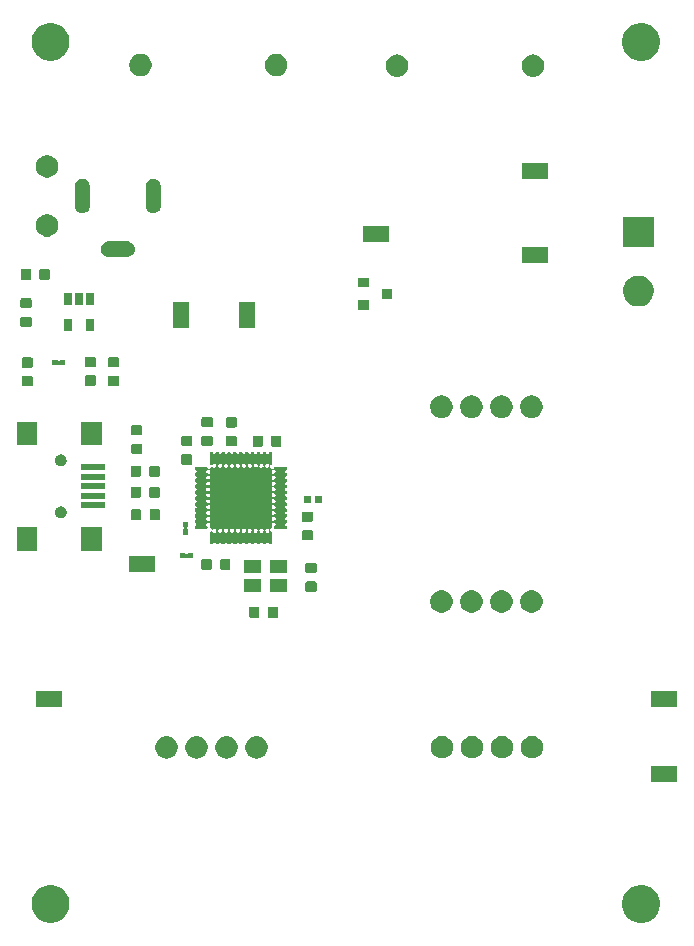
<source format=gbr>
G04 #@! TF.GenerationSoftware,KiCad,Pcbnew,5.0.1*
G04 #@! TF.CreationDate,2019-03-15T13:32:49+13:00*
G04 #@! TF.ProjectId,_autosave-baseBoard,5F6175746F736176652D62617365426F,rev?*
G04 #@! TF.SameCoordinates,Original*
G04 #@! TF.FileFunction,Soldermask,Top*
G04 #@! TF.FilePolarity,Negative*
%FSLAX46Y46*%
G04 Gerber Fmt 4.6, Leading zero omitted, Abs format (unit mm)*
G04 Created by KiCad (PCBNEW 5.0.1) date Fri 15 Mar 2019 01:32:49 PM NZDT*
%MOMM*%
%LPD*%
G01*
G04 APERTURE LIST*
%ADD10C,0.100000*%
G04 APERTURE END LIST*
D10*
G36*
X152466703Y-121461486D02*
X152757883Y-121582097D01*
X153019944Y-121757201D01*
X153242799Y-121980056D01*
X153417903Y-122242117D01*
X153538514Y-122533297D01*
X153600000Y-122842412D01*
X153600000Y-123157588D01*
X153538514Y-123466703D01*
X153417903Y-123757883D01*
X153242799Y-124019944D01*
X153019944Y-124242799D01*
X152757883Y-124417903D01*
X152466703Y-124538514D01*
X152157588Y-124600000D01*
X151842412Y-124600000D01*
X151533297Y-124538514D01*
X151242117Y-124417903D01*
X150980056Y-124242799D01*
X150757201Y-124019944D01*
X150582097Y-123757883D01*
X150461486Y-123466703D01*
X150400000Y-123157588D01*
X150400000Y-122842412D01*
X150461486Y-122533297D01*
X150582097Y-122242117D01*
X150757201Y-121980056D01*
X150980056Y-121757201D01*
X151242117Y-121582097D01*
X151533297Y-121461486D01*
X151842412Y-121400000D01*
X152157588Y-121400000D01*
X152466703Y-121461486D01*
X152466703Y-121461486D01*
G37*
G36*
X102466703Y-121461486D02*
X102757883Y-121582097D01*
X103019944Y-121757201D01*
X103242799Y-121980056D01*
X103417903Y-122242117D01*
X103538514Y-122533297D01*
X103600000Y-122842412D01*
X103600000Y-123157588D01*
X103538514Y-123466703D01*
X103417903Y-123757883D01*
X103242799Y-124019944D01*
X103019944Y-124242799D01*
X102757883Y-124417903D01*
X102466703Y-124538514D01*
X102157588Y-124600000D01*
X101842412Y-124600000D01*
X101533297Y-124538514D01*
X101242117Y-124417903D01*
X100980056Y-124242799D01*
X100757201Y-124019944D01*
X100582097Y-123757883D01*
X100461486Y-123466703D01*
X100400000Y-123157588D01*
X100400000Y-122842412D01*
X100461486Y-122533297D01*
X100582097Y-122242117D01*
X100757201Y-121980056D01*
X100980056Y-121757201D01*
X101242117Y-121582097D01*
X101533297Y-121461486D01*
X101842412Y-121400000D01*
X102157588Y-121400000D01*
X102466703Y-121461486D01*
X102466703Y-121461486D01*
G37*
G36*
X155024000Y-112714000D02*
X152824000Y-112714000D01*
X152824000Y-111314000D01*
X155024000Y-111314000D01*
X155024000Y-112714000D01*
X155024000Y-112714000D01*
G37*
G36*
X111959451Y-108799127D02*
X112097105Y-108826508D01*
X112269994Y-108898121D01*
X112425590Y-109002087D01*
X112557913Y-109134410D01*
X112661879Y-109290006D01*
X112733492Y-109462895D01*
X112770000Y-109646433D01*
X112770000Y-109833567D01*
X112733492Y-110017105D01*
X112661879Y-110189994D01*
X112557913Y-110345590D01*
X112425590Y-110477913D01*
X112269994Y-110581879D01*
X112097105Y-110653492D01*
X111973895Y-110678000D01*
X111913568Y-110690000D01*
X111726432Y-110690000D01*
X111666105Y-110678000D01*
X111542895Y-110653492D01*
X111370006Y-110581879D01*
X111214410Y-110477913D01*
X111082087Y-110345590D01*
X110978121Y-110189994D01*
X110906508Y-110017105D01*
X110870000Y-109833567D01*
X110870000Y-109646433D01*
X110906508Y-109462895D01*
X110978121Y-109290006D01*
X111082087Y-109134410D01*
X111214410Y-109002087D01*
X111370006Y-108898121D01*
X111542895Y-108826508D01*
X111680549Y-108799127D01*
X111726432Y-108790000D01*
X111913568Y-108790000D01*
X111959451Y-108799127D01*
X111959451Y-108799127D01*
G37*
G36*
X119579451Y-108799127D02*
X119717105Y-108826508D01*
X119889994Y-108898121D01*
X120045590Y-109002087D01*
X120177913Y-109134410D01*
X120281879Y-109290006D01*
X120353492Y-109462895D01*
X120390000Y-109646433D01*
X120390000Y-109833567D01*
X120353492Y-110017105D01*
X120281879Y-110189994D01*
X120177913Y-110345590D01*
X120045590Y-110477913D01*
X119889994Y-110581879D01*
X119717105Y-110653492D01*
X119593895Y-110678000D01*
X119533568Y-110690000D01*
X119346432Y-110690000D01*
X119286105Y-110678000D01*
X119162895Y-110653492D01*
X118990006Y-110581879D01*
X118834410Y-110477913D01*
X118702087Y-110345590D01*
X118598121Y-110189994D01*
X118526508Y-110017105D01*
X118490000Y-109833567D01*
X118490000Y-109646433D01*
X118526508Y-109462895D01*
X118598121Y-109290006D01*
X118702087Y-109134410D01*
X118834410Y-109002087D01*
X118990006Y-108898121D01*
X119162895Y-108826508D01*
X119300549Y-108799127D01*
X119346432Y-108790000D01*
X119533568Y-108790000D01*
X119579451Y-108799127D01*
X119579451Y-108799127D01*
G37*
G36*
X114499451Y-108799127D02*
X114637105Y-108826508D01*
X114809994Y-108898121D01*
X114965590Y-109002087D01*
X115097913Y-109134410D01*
X115201879Y-109290006D01*
X115273492Y-109462895D01*
X115310000Y-109646433D01*
X115310000Y-109833567D01*
X115273492Y-110017105D01*
X115201879Y-110189994D01*
X115097913Y-110345590D01*
X114965590Y-110477913D01*
X114809994Y-110581879D01*
X114637105Y-110653492D01*
X114513895Y-110678000D01*
X114453568Y-110690000D01*
X114266432Y-110690000D01*
X114206105Y-110678000D01*
X114082895Y-110653492D01*
X113910006Y-110581879D01*
X113754410Y-110477913D01*
X113622087Y-110345590D01*
X113518121Y-110189994D01*
X113446508Y-110017105D01*
X113410000Y-109833567D01*
X113410000Y-109646433D01*
X113446508Y-109462895D01*
X113518121Y-109290006D01*
X113622087Y-109134410D01*
X113754410Y-109002087D01*
X113910006Y-108898121D01*
X114082895Y-108826508D01*
X114220549Y-108799127D01*
X114266432Y-108790000D01*
X114453568Y-108790000D01*
X114499451Y-108799127D01*
X114499451Y-108799127D01*
G37*
G36*
X117039451Y-108799127D02*
X117177105Y-108826508D01*
X117349994Y-108898121D01*
X117505590Y-109002087D01*
X117637913Y-109134410D01*
X117741879Y-109290006D01*
X117813492Y-109462895D01*
X117850000Y-109646433D01*
X117850000Y-109833567D01*
X117813492Y-110017105D01*
X117741879Y-110189994D01*
X117637913Y-110345590D01*
X117505590Y-110477913D01*
X117349994Y-110581879D01*
X117177105Y-110653492D01*
X117053895Y-110678000D01*
X116993568Y-110690000D01*
X116806432Y-110690000D01*
X116746105Y-110678000D01*
X116622895Y-110653492D01*
X116450006Y-110581879D01*
X116294410Y-110477913D01*
X116162087Y-110345590D01*
X116058121Y-110189994D01*
X115986508Y-110017105D01*
X115950000Y-109833567D01*
X115950000Y-109646433D01*
X115986508Y-109462895D01*
X116058121Y-109290006D01*
X116162087Y-109134410D01*
X116294410Y-109002087D01*
X116450006Y-108898121D01*
X116622895Y-108826508D01*
X116760549Y-108799127D01*
X116806432Y-108790000D01*
X116993568Y-108790000D01*
X117039451Y-108799127D01*
X117039451Y-108799127D01*
G37*
G36*
X142887451Y-108787127D02*
X143025105Y-108814508D01*
X143197994Y-108886121D01*
X143353590Y-108990087D01*
X143485913Y-109122410D01*
X143589879Y-109278006D01*
X143661492Y-109450895D01*
X143698000Y-109634433D01*
X143698000Y-109821567D01*
X143661492Y-110005105D01*
X143589879Y-110177994D01*
X143485913Y-110333590D01*
X143353590Y-110465913D01*
X143197994Y-110569879D01*
X143025105Y-110641492D01*
X142887452Y-110668873D01*
X142841568Y-110678000D01*
X142654432Y-110678000D01*
X142608548Y-110668873D01*
X142470895Y-110641492D01*
X142298006Y-110569879D01*
X142142410Y-110465913D01*
X142010087Y-110333590D01*
X141906121Y-110177994D01*
X141834508Y-110005105D01*
X141798000Y-109821567D01*
X141798000Y-109634433D01*
X141834508Y-109450895D01*
X141906121Y-109278006D01*
X142010087Y-109122410D01*
X142142410Y-108990087D01*
X142298006Y-108886121D01*
X142470895Y-108814508D01*
X142608549Y-108787127D01*
X142654432Y-108778000D01*
X142841568Y-108778000D01*
X142887451Y-108787127D01*
X142887451Y-108787127D01*
G37*
G36*
X140347451Y-108787127D02*
X140485105Y-108814508D01*
X140657994Y-108886121D01*
X140813590Y-108990087D01*
X140945913Y-109122410D01*
X141049879Y-109278006D01*
X141121492Y-109450895D01*
X141158000Y-109634433D01*
X141158000Y-109821567D01*
X141121492Y-110005105D01*
X141049879Y-110177994D01*
X140945913Y-110333590D01*
X140813590Y-110465913D01*
X140657994Y-110569879D01*
X140485105Y-110641492D01*
X140347452Y-110668873D01*
X140301568Y-110678000D01*
X140114432Y-110678000D01*
X140068548Y-110668873D01*
X139930895Y-110641492D01*
X139758006Y-110569879D01*
X139602410Y-110465913D01*
X139470087Y-110333590D01*
X139366121Y-110177994D01*
X139294508Y-110005105D01*
X139258000Y-109821567D01*
X139258000Y-109634433D01*
X139294508Y-109450895D01*
X139366121Y-109278006D01*
X139470087Y-109122410D01*
X139602410Y-108990087D01*
X139758006Y-108886121D01*
X139930895Y-108814508D01*
X140068549Y-108787127D01*
X140114432Y-108778000D01*
X140301568Y-108778000D01*
X140347451Y-108787127D01*
X140347451Y-108787127D01*
G37*
G36*
X137807451Y-108787127D02*
X137945105Y-108814508D01*
X138117994Y-108886121D01*
X138273590Y-108990087D01*
X138405913Y-109122410D01*
X138509879Y-109278006D01*
X138581492Y-109450895D01*
X138618000Y-109634433D01*
X138618000Y-109821567D01*
X138581492Y-110005105D01*
X138509879Y-110177994D01*
X138405913Y-110333590D01*
X138273590Y-110465913D01*
X138117994Y-110569879D01*
X137945105Y-110641492D01*
X137807452Y-110668873D01*
X137761568Y-110678000D01*
X137574432Y-110678000D01*
X137528548Y-110668873D01*
X137390895Y-110641492D01*
X137218006Y-110569879D01*
X137062410Y-110465913D01*
X136930087Y-110333590D01*
X136826121Y-110177994D01*
X136754508Y-110005105D01*
X136718000Y-109821567D01*
X136718000Y-109634433D01*
X136754508Y-109450895D01*
X136826121Y-109278006D01*
X136930087Y-109122410D01*
X137062410Y-108990087D01*
X137218006Y-108886121D01*
X137390895Y-108814508D01*
X137528549Y-108787127D01*
X137574432Y-108778000D01*
X137761568Y-108778000D01*
X137807451Y-108787127D01*
X137807451Y-108787127D01*
G37*
G36*
X135267451Y-108787127D02*
X135405105Y-108814508D01*
X135577994Y-108886121D01*
X135733590Y-108990087D01*
X135865913Y-109122410D01*
X135969879Y-109278006D01*
X136041492Y-109450895D01*
X136078000Y-109634433D01*
X136078000Y-109821567D01*
X136041492Y-110005105D01*
X135969879Y-110177994D01*
X135865913Y-110333590D01*
X135733590Y-110465913D01*
X135577994Y-110569879D01*
X135405105Y-110641492D01*
X135267452Y-110668873D01*
X135221568Y-110678000D01*
X135034432Y-110678000D01*
X134988548Y-110668873D01*
X134850895Y-110641492D01*
X134678006Y-110569879D01*
X134522410Y-110465913D01*
X134390087Y-110333590D01*
X134286121Y-110177994D01*
X134214508Y-110005105D01*
X134178000Y-109821567D01*
X134178000Y-109634433D01*
X134214508Y-109450895D01*
X134286121Y-109278006D01*
X134390087Y-109122410D01*
X134522410Y-108990087D01*
X134678006Y-108886121D01*
X134850895Y-108814508D01*
X134988549Y-108787127D01*
X135034432Y-108778000D01*
X135221568Y-108778000D01*
X135267451Y-108787127D01*
X135267451Y-108787127D01*
G37*
G36*
X155024000Y-106364000D02*
X152824000Y-106364000D01*
X152824000Y-104964000D01*
X155024000Y-104964000D01*
X155024000Y-106364000D01*
X155024000Y-106364000D01*
G37*
G36*
X103010000Y-106350000D02*
X100810000Y-106350000D01*
X100810000Y-104950000D01*
X103010000Y-104950000D01*
X103010000Y-106350000D01*
X103010000Y-106350000D01*
G37*
G36*
X119564116Y-97828595D02*
X119593313Y-97837452D01*
X119620218Y-97851833D01*
X119643808Y-97871192D01*
X119663167Y-97894782D01*
X119677548Y-97921687D01*
X119686405Y-97950884D01*
X119690000Y-97987390D01*
X119690000Y-98612610D01*
X119686405Y-98649116D01*
X119677548Y-98678313D01*
X119663167Y-98705218D01*
X119643808Y-98728808D01*
X119620218Y-98748167D01*
X119593313Y-98762548D01*
X119564116Y-98771405D01*
X119527610Y-98775000D01*
X118977390Y-98775000D01*
X118940884Y-98771405D01*
X118911687Y-98762548D01*
X118884782Y-98748167D01*
X118861192Y-98728808D01*
X118841833Y-98705218D01*
X118827452Y-98678313D01*
X118818595Y-98649116D01*
X118815000Y-98612610D01*
X118815000Y-97987390D01*
X118818595Y-97950884D01*
X118827452Y-97921687D01*
X118841833Y-97894782D01*
X118861192Y-97871192D01*
X118884782Y-97851833D01*
X118911687Y-97837452D01*
X118940884Y-97828595D01*
X118977390Y-97825000D01*
X119527610Y-97825000D01*
X119564116Y-97828595D01*
X119564116Y-97828595D01*
G37*
G36*
X121139116Y-97828595D02*
X121168313Y-97837452D01*
X121195218Y-97851833D01*
X121218808Y-97871192D01*
X121238167Y-97894782D01*
X121252548Y-97921687D01*
X121261405Y-97950884D01*
X121265000Y-97987390D01*
X121265000Y-98612610D01*
X121261405Y-98649116D01*
X121252548Y-98678313D01*
X121238167Y-98705218D01*
X121218808Y-98728808D01*
X121195218Y-98748167D01*
X121168313Y-98762548D01*
X121139116Y-98771405D01*
X121102610Y-98775000D01*
X120552390Y-98775000D01*
X120515884Y-98771405D01*
X120486687Y-98762548D01*
X120459782Y-98748167D01*
X120436192Y-98728808D01*
X120416833Y-98705218D01*
X120402452Y-98678313D01*
X120393595Y-98649116D01*
X120390000Y-98612610D01*
X120390000Y-97987390D01*
X120393595Y-97950884D01*
X120402452Y-97921687D01*
X120416833Y-97894782D01*
X120436192Y-97871192D01*
X120459782Y-97851833D01*
X120486687Y-97837452D01*
X120515884Y-97828595D01*
X120552390Y-97825000D01*
X121102610Y-97825000D01*
X121139116Y-97828595D01*
X121139116Y-97828595D01*
G37*
G36*
X135195178Y-96439116D02*
X135373105Y-96474508D01*
X135545994Y-96546121D01*
X135701590Y-96650087D01*
X135833913Y-96782410D01*
X135937879Y-96938006D01*
X136009492Y-97110895D01*
X136046000Y-97294433D01*
X136046000Y-97481567D01*
X136009492Y-97665105D01*
X135937879Y-97837994D01*
X135833913Y-97993590D01*
X135701590Y-98125913D01*
X135545994Y-98229879D01*
X135373105Y-98301492D01*
X135235452Y-98328873D01*
X135189568Y-98338000D01*
X135002432Y-98338000D01*
X134956549Y-98328873D01*
X134818895Y-98301492D01*
X134646006Y-98229879D01*
X134490410Y-98125913D01*
X134358087Y-97993590D01*
X134254121Y-97837994D01*
X134182508Y-97665105D01*
X134146000Y-97481567D01*
X134146000Y-97294433D01*
X134182508Y-97110895D01*
X134254121Y-96938006D01*
X134358087Y-96782410D01*
X134490410Y-96650087D01*
X134646006Y-96546121D01*
X134818895Y-96474508D01*
X134996822Y-96439116D01*
X135002432Y-96438000D01*
X135189568Y-96438000D01*
X135195178Y-96439116D01*
X135195178Y-96439116D01*
G37*
G36*
X137735178Y-96439116D02*
X137913105Y-96474508D01*
X138085994Y-96546121D01*
X138241590Y-96650087D01*
X138373913Y-96782410D01*
X138477879Y-96938006D01*
X138549492Y-97110895D01*
X138586000Y-97294433D01*
X138586000Y-97481567D01*
X138549492Y-97665105D01*
X138477879Y-97837994D01*
X138373913Y-97993590D01*
X138241590Y-98125913D01*
X138085994Y-98229879D01*
X137913105Y-98301492D01*
X137775452Y-98328873D01*
X137729568Y-98338000D01*
X137542432Y-98338000D01*
X137496549Y-98328873D01*
X137358895Y-98301492D01*
X137186006Y-98229879D01*
X137030410Y-98125913D01*
X136898087Y-97993590D01*
X136794121Y-97837994D01*
X136722508Y-97665105D01*
X136686000Y-97481567D01*
X136686000Y-97294433D01*
X136722508Y-97110895D01*
X136794121Y-96938006D01*
X136898087Y-96782410D01*
X137030410Y-96650087D01*
X137186006Y-96546121D01*
X137358895Y-96474508D01*
X137536822Y-96439116D01*
X137542432Y-96438000D01*
X137729568Y-96438000D01*
X137735178Y-96439116D01*
X137735178Y-96439116D01*
G37*
G36*
X140275178Y-96439116D02*
X140453105Y-96474508D01*
X140625994Y-96546121D01*
X140781590Y-96650087D01*
X140913913Y-96782410D01*
X141017879Y-96938006D01*
X141089492Y-97110895D01*
X141126000Y-97294433D01*
X141126000Y-97481567D01*
X141089492Y-97665105D01*
X141017879Y-97837994D01*
X140913913Y-97993590D01*
X140781590Y-98125913D01*
X140625994Y-98229879D01*
X140453105Y-98301492D01*
X140315452Y-98328873D01*
X140269568Y-98338000D01*
X140082432Y-98338000D01*
X140036549Y-98328873D01*
X139898895Y-98301492D01*
X139726006Y-98229879D01*
X139570410Y-98125913D01*
X139438087Y-97993590D01*
X139334121Y-97837994D01*
X139262508Y-97665105D01*
X139226000Y-97481567D01*
X139226000Y-97294433D01*
X139262508Y-97110895D01*
X139334121Y-96938006D01*
X139438087Y-96782410D01*
X139570410Y-96650087D01*
X139726006Y-96546121D01*
X139898895Y-96474508D01*
X140076822Y-96439116D01*
X140082432Y-96438000D01*
X140269568Y-96438000D01*
X140275178Y-96439116D01*
X140275178Y-96439116D01*
G37*
G36*
X142815178Y-96439116D02*
X142993105Y-96474508D01*
X143165994Y-96546121D01*
X143321590Y-96650087D01*
X143453913Y-96782410D01*
X143557879Y-96938006D01*
X143629492Y-97110895D01*
X143666000Y-97294433D01*
X143666000Y-97481567D01*
X143629492Y-97665105D01*
X143557879Y-97837994D01*
X143453913Y-97993590D01*
X143321590Y-98125913D01*
X143165994Y-98229879D01*
X142993105Y-98301492D01*
X142855452Y-98328873D01*
X142809568Y-98338000D01*
X142622432Y-98338000D01*
X142576549Y-98328873D01*
X142438895Y-98301492D01*
X142266006Y-98229879D01*
X142110410Y-98125913D01*
X141978087Y-97993590D01*
X141874121Y-97837994D01*
X141802508Y-97665105D01*
X141766000Y-97481567D01*
X141766000Y-97294433D01*
X141802508Y-97110895D01*
X141874121Y-96938006D01*
X141978087Y-96782410D01*
X142110410Y-96650087D01*
X142266006Y-96546121D01*
X142438895Y-96474508D01*
X142616822Y-96439116D01*
X142622432Y-96438000D01*
X142809568Y-96438000D01*
X142815178Y-96439116D01*
X142815178Y-96439116D01*
G37*
G36*
X121990000Y-96595000D02*
X120590000Y-96595000D01*
X120590000Y-95445000D01*
X121990000Y-95445000D01*
X121990000Y-96595000D01*
X121990000Y-96595000D01*
G37*
G36*
X119790000Y-96595000D02*
X118390000Y-96595000D01*
X118390000Y-95445000D01*
X119790000Y-95445000D01*
X119790000Y-96595000D01*
X119790000Y-96595000D01*
G37*
G36*
X124399116Y-95693595D02*
X124428313Y-95702452D01*
X124455218Y-95716833D01*
X124478808Y-95736192D01*
X124498167Y-95759782D01*
X124512548Y-95786687D01*
X124521405Y-95815884D01*
X124525000Y-95852390D01*
X124525000Y-96402610D01*
X124521405Y-96439116D01*
X124512548Y-96468313D01*
X124498167Y-96495218D01*
X124478808Y-96518808D01*
X124455218Y-96538167D01*
X124428313Y-96552548D01*
X124399116Y-96561405D01*
X124362610Y-96565000D01*
X123737390Y-96565000D01*
X123700884Y-96561405D01*
X123671687Y-96552548D01*
X123644782Y-96538167D01*
X123621192Y-96518808D01*
X123601833Y-96495218D01*
X123587452Y-96468313D01*
X123578595Y-96439116D01*
X123575000Y-96402610D01*
X123575000Y-95852390D01*
X123578595Y-95815884D01*
X123587452Y-95786687D01*
X123601833Y-95759782D01*
X123621192Y-95736192D01*
X123644782Y-95716833D01*
X123671687Y-95702452D01*
X123700884Y-95693595D01*
X123737390Y-95690000D01*
X124362610Y-95690000D01*
X124399116Y-95693595D01*
X124399116Y-95693595D01*
G37*
G36*
X121990000Y-94995000D02*
X120590000Y-94995000D01*
X120590000Y-93845000D01*
X121990000Y-93845000D01*
X121990000Y-94995000D01*
X121990000Y-94995000D01*
G37*
G36*
X119790000Y-94995000D02*
X118390000Y-94995000D01*
X118390000Y-93845000D01*
X119790000Y-93845000D01*
X119790000Y-94995000D01*
X119790000Y-94995000D01*
G37*
G36*
X124399116Y-94118595D02*
X124428313Y-94127452D01*
X124455218Y-94141833D01*
X124478808Y-94161192D01*
X124498167Y-94184782D01*
X124512548Y-94211687D01*
X124521405Y-94240884D01*
X124525000Y-94277390D01*
X124525000Y-94827610D01*
X124521405Y-94864116D01*
X124512548Y-94893313D01*
X124498167Y-94920218D01*
X124478808Y-94943808D01*
X124455218Y-94963167D01*
X124428313Y-94977548D01*
X124399116Y-94986405D01*
X124362610Y-94990000D01*
X123737390Y-94990000D01*
X123700884Y-94986405D01*
X123671687Y-94977548D01*
X123644782Y-94963167D01*
X123621192Y-94943808D01*
X123601833Y-94920218D01*
X123587452Y-94893313D01*
X123578595Y-94864116D01*
X123575000Y-94827610D01*
X123575000Y-94277390D01*
X123578595Y-94240884D01*
X123587452Y-94211687D01*
X123601833Y-94184782D01*
X123621192Y-94161192D01*
X123644782Y-94141833D01*
X123671687Y-94127452D01*
X123700884Y-94118595D01*
X123737390Y-94115000D01*
X124362610Y-94115000D01*
X124399116Y-94118595D01*
X124399116Y-94118595D01*
G37*
G36*
X110828000Y-94934000D02*
X108628000Y-94934000D01*
X108628000Y-93534000D01*
X110828000Y-93534000D01*
X110828000Y-94934000D01*
X110828000Y-94934000D01*
G37*
G36*
X115524116Y-93778595D02*
X115553313Y-93787452D01*
X115580218Y-93801833D01*
X115603808Y-93821192D01*
X115623167Y-93844782D01*
X115637548Y-93871687D01*
X115646405Y-93900884D01*
X115650000Y-93937390D01*
X115650000Y-94562610D01*
X115646405Y-94599116D01*
X115637548Y-94628313D01*
X115623167Y-94655218D01*
X115603808Y-94678808D01*
X115580218Y-94698167D01*
X115553313Y-94712548D01*
X115524116Y-94721405D01*
X115487610Y-94725000D01*
X114937390Y-94725000D01*
X114900884Y-94721405D01*
X114871687Y-94712548D01*
X114844782Y-94698167D01*
X114821192Y-94678808D01*
X114801833Y-94655218D01*
X114787452Y-94628313D01*
X114778595Y-94599116D01*
X114775000Y-94562610D01*
X114775000Y-93937390D01*
X114778595Y-93900884D01*
X114787452Y-93871687D01*
X114801833Y-93844782D01*
X114821192Y-93821192D01*
X114844782Y-93801833D01*
X114871687Y-93787452D01*
X114900884Y-93778595D01*
X114937390Y-93775000D01*
X115487610Y-93775000D01*
X115524116Y-93778595D01*
X115524116Y-93778595D01*
G37*
G36*
X117099116Y-93778595D02*
X117128313Y-93787452D01*
X117155218Y-93801833D01*
X117178808Y-93821192D01*
X117198167Y-93844782D01*
X117212548Y-93871687D01*
X117221405Y-93900884D01*
X117225000Y-93937390D01*
X117225000Y-94562610D01*
X117221405Y-94599116D01*
X117212548Y-94628313D01*
X117198167Y-94655218D01*
X117178808Y-94678808D01*
X117155218Y-94698167D01*
X117128313Y-94712548D01*
X117099116Y-94721405D01*
X117062610Y-94725000D01*
X116512390Y-94725000D01*
X116475884Y-94721405D01*
X116446687Y-94712548D01*
X116419782Y-94698167D01*
X116396192Y-94678808D01*
X116376833Y-94655218D01*
X116362452Y-94628313D01*
X116353595Y-94599116D01*
X116350000Y-94562610D01*
X116350000Y-93937390D01*
X116353595Y-93900884D01*
X116362452Y-93871687D01*
X116376833Y-93844782D01*
X116396192Y-93821192D01*
X116419782Y-93801833D01*
X116446687Y-93787452D01*
X116475884Y-93778595D01*
X116512390Y-93775000D01*
X117062610Y-93775000D01*
X117099116Y-93778595D01*
X117099116Y-93778595D01*
G37*
G36*
X113379695Y-93301313D02*
X113386620Y-93303414D01*
X113392997Y-93306822D01*
X113398592Y-93311414D01*
X113403374Y-93317241D01*
X113420701Y-93334568D01*
X113441076Y-93348182D01*
X113463715Y-93357560D01*
X113487748Y-93362340D01*
X113512252Y-93362340D01*
X113536286Y-93357559D01*
X113558925Y-93348182D01*
X113579299Y-93334568D01*
X113596626Y-93317241D01*
X113601408Y-93311414D01*
X113607003Y-93306822D01*
X113613380Y-93303414D01*
X113620305Y-93301313D01*
X113633638Y-93300000D01*
X114006362Y-93300000D01*
X114019695Y-93301313D01*
X114026620Y-93303414D01*
X114032997Y-93306822D01*
X114038589Y-93311411D01*
X114043178Y-93317003D01*
X114046586Y-93323380D01*
X114048687Y-93330305D01*
X114050000Y-93343638D01*
X114050000Y-93656362D01*
X114048687Y-93669695D01*
X114046586Y-93676620D01*
X114043178Y-93682997D01*
X114038589Y-93688589D01*
X114032997Y-93693178D01*
X114026620Y-93696586D01*
X114019695Y-93698687D01*
X114006362Y-93700000D01*
X113633638Y-93700000D01*
X113620305Y-93698687D01*
X113613380Y-93696586D01*
X113607003Y-93693178D01*
X113601408Y-93688586D01*
X113596626Y-93682759D01*
X113579299Y-93665432D01*
X113558924Y-93651818D01*
X113536285Y-93642440D01*
X113512252Y-93637660D01*
X113487748Y-93637660D01*
X113463714Y-93642441D01*
X113441075Y-93651818D01*
X113420701Y-93665432D01*
X113403374Y-93682759D01*
X113398592Y-93688586D01*
X113392997Y-93693178D01*
X113386620Y-93696586D01*
X113379695Y-93698687D01*
X113366362Y-93700000D01*
X112993638Y-93700000D01*
X112980305Y-93698687D01*
X112973380Y-93696586D01*
X112967003Y-93693178D01*
X112961411Y-93688589D01*
X112956822Y-93682997D01*
X112953414Y-93676620D01*
X112951313Y-93669695D01*
X112950000Y-93656362D01*
X112950000Y-93343638D01*
X112951313Y-93330305D01*
X112953414Y-93323380D01*
X112956822Y-93317003D01*
X112961411Y-93311411D01*
X112967003Y-93306822D01*
X112973380Y-93303414D01*
X112980305Y-93301313D01*
X112993638Y-93300000D01*
X113366362Y-93300000D01*
X113379695Y-93301313D01*
X113379695Y-93301313D01*
G37*
G36*
X106320000Y-93080000D02*
X104620000Y-93080000D01*
X104620000Y-91080000D01*
X106320000Y-91080000D01*
X106320000Y-93080000D01*
X106320000Y-93080000D01*
G37*
G36*
X100870000Y-93080000D02*
X99170000Y-93080000D01*
X99170000Y-91080000D01*
X100870000Y-91080000D01*
X100870000Y-93080000D01*
X100870000Y-93080000D01*
G37*
G36*
X115734449Y-84771551D02*
X115735602Y-84783253D01*
X115740383Y-84807287D01*
X115749760Y-84829925D01*
X115763374Y-84850300D01*
X115780702Y-84867627D01*
X115801076Y-84881241D01*
X115823715Y-84890618D01*
X115847749Y-84895398D01*
X115872253Y-84895398D01*
X115896287Y-84890617D01*
X115918925Y-84881240D01*
X115939300Y-84867626D01*
X115956627Y-84850298D01*
X115970241Y-84829924D01*
X115979618Y-84807285D01*
X115984398Y-84783253D01*
X115985551Y-84771551D01*
X115991141Y-84771000D01*
X116228859Y-84771000D01*
X116234449Y-84771551D01*
X116235602Y-84783253D01*
X116240383Y-84807287D01*
X116249760Y-84829925D01*
X116263374Y-84850300D01*
X116280702Y-84867627D01*
X116301076Y-84881241D01*
X116323715Y-84890618D01*
X116347749Y-84895398D01*
X116372253Y-84895398D01*
X116396287Y-84890617D01*
X116418925Y-84881240D01*
X116439300Y-84867626D01*
X116456627Y-84850298D01*
X116470241Y-84829924D01*
X116479618Y-84807285D01*
X116484398Y-84783253D01*
X116485551Y-84771551D01*
X116491141Y-84771000D01*
X116728859Y-84771000D01*
X116734449Y-84771551D01*
X116735602Y-84783253D01*
X116740383Y-84807287D01*
X116749760Y-84829925D01*
X116763374Y-84850300D01*
X116780702Y-84867627D01*
X116801076Y-84881241D01*
X116823715Y-84890618D01*
X116847749Y-84895398D01*
X116872253Y-84895398D01*
X116896287Y-84890617D01*
X116918925Y-84881240D01*
X116939300Y-84867626D01*
X116956627Y-84850298D01*
X116970241Y-84829924D01*
X116979618Y-84807285D01*
X116984398Y-84783253D01*
X116985551Y-84771551D01*
X116991141Y-84771000D01*
X117228859Y-84771000D01*
X117234449Y-84771551D01*
X117235602Y-84783253D01*
X117240383Y-84807287D01*
X117249760Y-84829925D01*
X117263374Y-84850300D01*
X117280702Y-84867627D01*
X117301076Y-84881241D01*
X117323715Y-84890618D01*
X117347749Y-84895398D01*
X117372253Y-84895398D01*
X117396287Y-84890617D01*
X117418925Y-84881240D01*
X117439300Y-84867626D01*
X117456627Y-84850298D01*
X117470241Y-84829924D01*
X117479618Y-84807285D01*
X117484398Y-84783253D01*
X117485551Y-84771551D01*
X117491141Y-84771000D01*
X117728859Y-84771000D01*
X117734449Y-84771551D01*
X117735602Y-84783253D01*
X117740383Y-84807287D01*
X117749760Y-84829925D01*
X117763374Y-84850300D01*
X117780702Y-84867627D01*
X117801076Y-84881241D01*
X117823715Y-84890618D01*
X117847749Y-84895398D01*
X117872253Y-84895398D01*
X117896287Y-84890617D01*
X117918925Y-84881240D01*
X117939300Y-84867626D01*
X117956627Y-84850298D01*
X117970241Y-84829924D01*
X117979618Y-84807285D01*
X117984398Y-84783253D01*
X117985551Y-84771551D01*
X117991141Y-84771000D01*
X118228859Y-84771000D01*
X118234449Y-84771551D01*
X118235602Y-84783253D01*
X118240383Y-84807287D01*
X118249760Y-84829925D01*
X118263374Y-84850300D01*
X118280702Y-84867627D01*
X118301076Y-84881241D01*
X118323715Y-84890618D01*
X118347749Y-84895398D01*
X118372253Y-84895398D01*
X118396287Y-84890617D01*
X118418925Y-84881240D01*
X118439300Y-84867626D01*
X118456627Y-84850298D01*
X118470241Y-84829924D01*
X118479618Y-84807285D01*
X118484398Y-84783253D01*
X118485551Y-84771551D01*
X118491141Y-84771000D01*
X118728859Y-84771000D01*
X118734449Y-84771551D01*
X118735602Y-84783253D01*
X118740383Y-84807287D01*
X118749760Y-84829925D01*
X118763374Y-84850300D01*
X118780702Y-84867627D01*
X118801076Y-84881241D01*
X118823715Y-84890618D01*
X118847749Y-84895398D01*
X118872253Y-84895398D01*
X118896287Y-84890617D01*
X118918925Y-84881240D01*
X118939300Y-84867626D01*
X118956627Y-84850298D01*
X118970241Y-84829924D01*
X118979618Y-84807285D01*
X118984398Y-84783253D01*
X118985551Y-84771551D01*
X118991141Y-84771000D01*
X119228859Y-84771000D01*
X119234449Y-84771551D01*
X119235602Y-84783253D01*
X119240383Y-84807287D01*
X119249760Y-84829925D01*
X119263374Y-84850300D01*
X119280702Y-84867627D01*
X119301076Y-84881241D01*
X119323715Y-84890618D01*
X119347749Y-84895398D01*
X119372253Y-84895398D01*
X119396287Y-84890617D01*
X119418925Y-84881240D01*
X119439300Y-84867626D01*
X119456627Y-84850298D01*
X119470241Y-84829924D01*
X119479618Y-84807285D01*
X119484398Y-84783253D01*
X119485551Y-84771551D01*
X119491141Y-84771000D01*
X119728859Y-84771000D01*
X119734449Y-84771551D01*
X119735602Y-84783253D01*
X119740383Y-84807287D01*
X119749760Y-84829925D01*
X119763374Y-84850300D01*
X119780702Y-84867627D01*
X119801076Y-84881241D01*
X119823715Y-84890618D01*
X119847749Y-84895398D01*
X119872253Y-84895398D01*
X119896287Y-84890617D01*
X119918925Y-84881240D01*
X119939300Y-84867626D01*
X119956627Y-84850298D01*
X119970241Y-84829924D01*
X119979618Y-84807285D01*
X119984398Y-84783253D01*
X119985551Y-84771551D01*
X119991141Y-84771000D01*
X120228859Y-84771000D01*
X120234449Y-84771551D01*
X120235602Y-84783253D01*
X120240383Y-84807287D01*
X120249760Y-84829925D01*
X120263374Y-84850300D01*
X120280702Y-84867627D01*
X120301076Y-84881241D01*
X120323715Y-84890618D01*
X120347749Y-84895398D01*
X120372253Y-84895398D01*
X120396287Y-84890617D01*
X120418925Y-84881240D01*
X120439300Y-84867626D01*
X120456627Y-84850298D01*
X120470241Y-84829924D01*
X120479618Y-84807285D01*
X120484398Y-84783253D01*
X120485551Y-84771551D01*
X120491141Y-84771000D01*
X120728859Y-84771000D01*
X120734449Y-84771551D01*
X120735000Y-84777141D01*
X120735000Y-85814859D01*
X120734449Y-85820449D01*
X120728859Y-85821000D01*
X120682708Y-85821000D01*
X120658322Y-85823402D01*
X120634873Y-85830515D01*
X120613262Y-85842066D01*
X120594320Y-85857612D01*
X120578774Y-85876554D01*
X120567223Y-85898165D01*
X120560110Y-85921614D01*
X120557708Y-85946000D01*
X120560110Y-85970386D01*
X120567223Y-85993835D01*
X120578774Y-86015446D01*
X120594320Y-86034388D01*
X120613262Y-86049934D01*
X120623785Y-86056241D01*
X120648768Y-86069594D01*
X120669440Y-86086560D01*
X120686406Y-86107232D01*
X120699759Y-86132215D01*
X120713373Y-86152590D01*
X120730700Y-86169917D01*
X120751074Y-86183532D01*
X120773713Y-86192909D01*
X120797747Y-86197690D01*
X120822251Y-86197690D01*
X120846284Y-86192910D01*
X120868923Y-86183533D01*
X120889298Y-86169919D01*
X120906625Y-86152592D01*
X120920240Y-86132218D01*
X120929617Y-86109579D01*
X120934398Y-86085545D01*
X120935000Y-86073292D01*
X120935000Y-86027141D01*
X120935551Y-86021551D01*
X120941141Y-86021000D01*
X121978859Y-86021000D01*
X121984449Y-86021551D01*
X121985000Y-86027141D01*
X121985000Y-86264859D01*
X121984449Y-86270449D01*
X121972747Y-86271602D01*
X121948713Y-86276383D01*
X121926075Y-86285760D01*
X121905700Y-86299374D01*
X121888373Y-86316702D01*
X121874759Y-86337076D01*
X121865382Y-86359715D01*
X121860602Y-86383749D01*
X121860602Y-86408253D01*
X121865383Y-86432287D01*
X121874760Y-86454925D01*
X121888374Y-86475300D01*
X121905702Y-86492627D01*
X121926076Y-86506241D01*
X121948715Y-86515618D01*
X121972747Y-86520398D01*
X121984449Y-86521551D01*
X121985000Y-86527141D01*
X121985000Y-86764859D01*
X121984449Y-86770449D01*
X121972747Y-86771602D01*
X121948713Y-86776383D01*
X121926075Y-86785760D01*
X121905700Y-86799374D01*
X121888373Y-86816702D01*
X121874759Y-86837076D01*
X121865382Y-86859715D01*
X121860602Y-86883749D01*
X121860602Y-86908253D01*
X121865383Y-86932287D01*
X121874760Y-86954925D01*
X121888374Y-86975300D01*
X121905702Y-86992627D01*
X121926076Y-87006241D01*
X121948715Y-87015618D01*
X121972747Y-87020398D01*
X121984449Y-87021551D01*
X121985000Y-87027141D01*
X121985000Y-87264859D01*
X121984449Y-87270449D01*
X121972747Y-87271602D01*
X121948713Y-87276383D01*
X121926075Y-87285760D01*
X121905700Y-87299374D01*
X121888373Y-87316702D01*
X121874759Y-87337076D01*
X121865382Y-87359715D01*
X121860602Y-87383749D01*
X121860602Y-87408253D01*
X121865383Y-87432287D01*
X121874760Y-87454925D01*
X121888374Y-87475300D01*
X121905702Y-87492627D01*
X121926076Y-87506241D01*
X121948715Y-87515618D01*
X121972747Y-87520398D01*
X121984449Y-87521551D01*
X121985000Y-87527141D01*
X121985000Y-87764859D01*
X121984449Y-87770449D01*
X121972747Y-87771602D01*
X121948713Y-87776383D01*
X121926075Y-87785760D01*
X121905700Y-87799374D01*
X121888373Y-87816702D01*
X121874759Y-87837076D01*
X121865382Y-87859715D01*
X121860602Y-87883749D01*
X121860602Y-87908253D01*
X121865383Y-87932287D01*
X121874760Y-87954925D01*
X121888374Y-87975300D01*
X121905702Y-87992627D01*
X121926076Y-88006241D01*
X121948715Y-88015618D01*
X121972747Y-88020398D01*
X121984449Y-88021551D01*
X121985000Y-88027141D01*
X121985000Y-88264859D01*
X121984449Y-88270449D01*
X121972747Y-88271602D01*
X121948713Y-88276383D01*
X121926075Y-88285760D01*
X121905700Y-88299374D01*
X121888373Y-88316702D01*
X121874759Y-88337076D01*
X121865382Y-88359715D01*
X121860602Y-88383749D01*
X121860602Y-88408253D01*
X121865383Y-88432287D01*
X121874760Y-88454925D01*
X121888374Y-88475300D01*
X121905702Y-88492627D01*
X121926076Y-88506241D01*
X121948715Y-88515618D01*
X121972747Y-88520398D01*
X121984449Y-88521551D01*
X121985000Y-88527141D01*
X121985000Y-88764859D01*
X121984449Y-88770449D01*
X121972747Y-88771602D01*
X121948713Y-88776383D01*
X121926075Y-88785760D01*
X121905700Y-88799374D01*
X121888373Y-88816702D01*
X121874759Y-88837076D01*
X121865382Y-88859715D01*
X121860602Y-88883749D01*
X121860602Y-88908253D01*
X121865383Y-88932287D01*
X121874760Y-88954925D01*
X121888374Y-88975300D01*
X121905702Y-88992627D01*
X121926076Y-89006241D01*
X121948715Y-89015618D01*
X121972747Y-89020398D01*
X121984449Y-89021551D01*
X121985000Y-89027141D01*
X121985000Y-89264859D01*
X121984449Y-89270449D01*
X121972747Y-89271602D01*
X121948713Y-89276383D01*
X121926075Y-89285760D01*
X121905700Y-89299374D01*
X121888373Y-89316702D01*
X121874759Y-89337076D01*
X121865382Y-89359715D01*
X121860602Y-89383749D01*
X121860602Y-89408253D01*
X121865383Y-89432287D01*
X121874760Y-89454925D01*
X121888374Y-89475300D01*
X121905702Y-89492627D01*
X121926076Y-89506241D01*
X121948715Y-89515618D01*
X121972747Y-89520398D01*
X121984449Y-89521551D01*
X121985000Y-89527141D01*
X121985000Y-89764859D01*
X121984449Y-89770449D01*
X121972747Y-89771602D01*
X121948713Y-89776383D01*
X121926075Y-89785760D01*
X121905700Y-89799374D01*
X121888373Y-89816702D01*
X121874759Y-89837076D01*
X121865382Y-89859715D01*
X121860602Y-89883749D01*
X121860602Y-89908253D01*
X121865383Y-89932287D01*
X121874760Y-89954925D01*
X121888374Y-89975300D01*
X121905702Y-89992627D01*
X121926076Y-90006241D01*
X121948715Y-90015618D01*
X121972747Y-90020398D01*
X121984449Y-90021551D01*
X121985000Y-90027141D01*
X121985000Y-90264859D01*
X121984449Y-90270449D01*
X121972747Y-90271602D01*
X121948713Y-90276383D01*
X121926075Y-90285760D01*
X121905700Y-90299374D01*
X121888373Y-90316702D01*
X121874759Y-90337076D01*
X121865382Y-90359715D01*
X121860602Y-90383749D01*
X121860602Y-90408253D01*
X121865383Y-90432287D01*
X121874760Y-90454925D01*
X121888374Y-90475300D01*
X121905702Y-90492627D01*
X121926076Y-90506241D01*
X121948715Y-90515618D01*
X121972747Y-90520398D01*
X121984449Y-90521551D01*
X121985000Y-90527141D01*
X121985000Y-90764859D01*
X121984449Y-90770449D01*
X121972747Y-90771602D01*
X121948713Y-90776383D01*
X121926075Y-90785760D01*
X121905700Y-90799374D01*
X121888373Y-90816702D01*
X121874759Y-90837076D01*
X121865382Y-90859715D01*
X121860602Y-90883749D01*
X121860602Y-90908253D01*
X121865383Y-90932287D01*
X121874760Y-90954925D01*
X121888374Y-90975300D01*
X121905702Y-90992627D01*
X121926076Y-91006241D01*
X121948715Y-91015618D01*
X121972747Y-91020398D01*
X121984449Y-91021551D01*
X121985000Y-91027141D01*
X121985000Y-91264859D01*
X121984449Y-91270449D01*
X121978859Y-91271000D01*
X120941141Y-91271000D01*
X120935551Y-91270449D01*
X120935000Y-91264859D01*
X120935000Y-91218708D01*
X120932598Y-91194322D01*
X120925485Y-91170873D01*
X120913934Y-91149262D01*
X120898388Y-91130320D01*
X120879446Y-91114774D01*
X120857835Y-91103223D01*
X120834386Y-91096110D01*
X120810000Y-91093708D01*
X120785614Y-91096110D01*
X120762165Y-91103223D01*
X120740554Y-91114774D01*
X120721612Y-91130320D01*
X120706066Y-91149262D01*
X120699759Y-91159785D01*
X120686406Y-91184768D01*
X120669440Y-91205440D01*
X120648768Y-91222406D01*
X120623785Y-91235759D01*
X120603410Y-91249373D01*
X120586083Y-91266700D01*
X120572468Y-91287074D01*
X120563091Y-91309713D01*
X120558310Y-91333747D01*
X120558310Y-91358251D01*
X120563090Y-91382284D01*
X120572467Y-91404923D01*
X120586081Y-91425298D01*
X120603408Y-91442625D01*
X120623782Y-91456240D01*
X120646421Y-91465617D01*
X120670455Y-91470398D01*
X120682708Y-91471000D01*
X120728859Y-91471000D01*
X120734449Y-91471551D01*
X120735000Y-91477141D01*
X120735000Y-92514859D01*
X120734449Y-92520449D01*
X120728859Y-92521000D01*
X120491141Y-92521000D01*
X120485551Y-92520449D01*
X120484398Y-92508747D01*
X120479617Y-92484713D01*
X120470240Y-92462075D01*
X120456626Y-92441700D01*
X120439298Y-92424373D01*
X120418924Y-92410759D01*
X120396285Y-92401382D01*
X120372251Y-92396602D01*
X120347747Y-92396602D01*
X120323713Y-92401383D01*
X120301075Y-92410760D01*
X120280700Y-92424374D01*
X120263373Y-92441702D01*
X120249759Y-92462076D01*
X120240382Y-92484715D01*
X120235602Y-92508747D01*
X120234449Y-92520449D01*
X120228859Y-92521000D01*
X119991141Y-92521000D01*
X119985551Y-92520449D01*
X119984398Y-92508747D01*
X119979617Y-92484713D01*
X119970240Y-92462075D01*
X119956626Y-92441700D01*
X119939298Y-92424373D01*
X119918924Y-92410759D01*
X119896285Y-92401382D01*
X119872251Y-92396602D01*
X119847747Y-92396602D01*
X119823713Y-92401383D01*
X119801075Y-92410760D01*
X119780700Y-92424374D01*
X119763373Y-92441702D01*
X119749759Y-92462076D01*
X119740382Y-92484715D01*
X119735602Y-92508747D01*
X119734449Y-92520449D01*
X119728859Y-92521000D01*
X119491141Y-92521000D01*
X119485551Y-92520449D01*
X119484398Y-92508747D01*
X119479617Y-92484713D01*
X119470240Y-92462075D01*
X119456626Y-92441700D01*
X119439298Y-92424373D01*
X119418924Y-92410759D01*
X119396285Y-92401382D01*
X119372251Y-92396602D01*
X119347747Y-92396602D01*
X119323713Y-92401383D01*
X119301075Y-92410760D01*
X119280700Y-92424374D01*
X119263373Y-92441702D01*
X119249759Y-92462076D01*
X119240382Y-92484715D01*
X119235602Y-92508747D01*
X119234449Y-92520449D01*
X119228859Y-92521000D01*
X118991141Y-92521000D01*
X118985551Y-92520449D01*
X118984398Y-92508747D01*
X118979617Y-92484713D01*
X118970240Y-92462075D01*
X118956626Y-92441700D01*
X118939298Y-92424373D01*
X118918924Y-92410759D01*
X118896285Y-92401382D01*
X118872251Y-92396602D01*
X118847747Y-92396602D01*
X118823713Y-92401383D01*
X118801075Y-92410760D01*
X118780700Y-92424374D01*
X118763373Y-92441702D01*
X118749759Y-92462076D01*
X118740382Y-92484715D01*
X118735602Y-92508747D01*
X118734449Y-92520449D01*
X118728859Y-92521000D01*
X118491141Y-92521000D01*
X118485551Y-92520449D01*
X118484398Y-92508747D01*
X118479617Y-92484713D01*
X118470240Y-92462075D01*
X118456626Y-92441700D01*
X118439298Y-92424373D01*
X118418924Y-92410759D01*
X118396285Y-92401382D01*
X118372251Y-92396602D01*
X118347747Y-92396602D01*
X118323713Y-92401383D01*
X118301075Y-92410760D01*
X118280700Y-92424374D01*
X118263373Y-92441702D01*
X118249759Y-92462076D01*
X118240382Y-92484715D01*
X118235602Y-92508747D01*
X118234449Y-92520449D01*
X118228859Y-92521000D01*
X117991141Y-92521000D01*
X117985551Y-92520449D01*
X117984398Y-92508747D01*
X117979617Y-92484713D01*
X117970240Y-92462075D01*
X117956626Y-92441700D01*
X117939298Y-92424373D01*
X117918924Y-92410759D01*
X117896285Y-92401382D01*
X117872251Y-92396602D01*
X117847747Y-92396602D01*
X117823713Y-92401383D01*
X117801075Y-92410760D01*
X117780700Y-92424374D01*
X117763373Y-92441702D01*
X117749759Y-92462076D01*
X117740382Y-92484715D01*
X117735602Y-92508747D01*
X117734449Y-92520449D01*
X117728859Y-92521000D01*
X117491141Y-92521000D01*
X117485551Y-92520449D01*
X117484398Y-92508747D01*
X117479617Y-92484713D01*
X117470240Y-92462075D01*
X117456626Y-92441700D01*
X117439298Y-92424373D01*
X117418924Y-92410759D01*
X117396285Y-92401382D01*
X117372251Y-92396602D01*
X117347747Y-92396602D01*
X117323713Y-92401383D01*
X117301075Y-92410760D01*
X117280700Y-92424374D01*
X117263373Y-92441702D01*
X117249759Y-92462076D01*
X117240382Y-92484715D01*
X117235602Y-92508747D01*
X117234449Y-92520449D01*
X117228859Y-92521000D01*
X116991141Y-92521000D01*
X116985551Y-92520449D01*
X116984398Y-92508747D01*
X116979617Y-92484713D01*
X116970240Y-92462075D01*
X116956626Y-92441700D01*
X116939298Y-92424373D01*
X116918924Y-92410759D01*
X116896285Y-92401382D01*
X116872251Y-92396602D01*
X116847747Y-92396602D01*
X116823713Y-92401383D01*
X116801075Y-92410760D01*
X116780700Y-92424374D01*
X116763373Y-92441702D01*
X116749759Y-92462076D01*
X116740382Y-92484715D01*
X116735602Y-92508747D01*
X116734449Y-92520449D01*
X116728859Y-92521000D01*
X116491141Y-92521000D01*
X116485551Y-92520449D01*
X116484398Y-92508747D01*
X116479617Y-92484713D01*
X116470240Y-92462075D01*
X116456626Y-92441700D01*
X116439298Y-92424373D01*
X116418924Y-92410759D01*
X116396285Y-92401382D01*
X116372251Y-92396602D01*
X116347747Y-92396602D01*
X116323713Y-92401383D01*
X116301075Y-92410760D01*
X116280700Y-92424374D01*
X116263373Y-92441702D01*
X116249759Y-92462076D01*
X116240382Y-92484715D01*
X116235602Y-92508747D01*
X116234449Y-92520449D01*
X116228859Y-92521000D01*
X115991141Y-92521000D01*
X115985551Y-92520449D01*
X115984398Y-92508747D01*
X115979617Y-92484713D01*
X115970240Y-92462075D01*
X115956626Y-92441700D01*
X115939298Y-92424373D01*
X115918924Y-92410759D01*
X115896285Y-92401382D01*
X115872251Y-92396602D01*
X115847747Y-92396602D01*
X115823713Y-92401383D01*
X115801075Y-92410760D01*
X115780700Y-92424374D01*
X115763373Y-92441702D01*
X115749759Y-92462076D01*
X115740382Y-92484715D01*
X115735602Y-92508747D01*
X115734449Y-92520449D01*
X115728859Y-92521000D01*
X115491141Y-92521000D01*
X115485551Y-92520449D01*
X115485000Y-92514859D01*
X115485000Y-91477141D01*
X115485551Y-91471551D01*
X115491141Y-91471000D01*
X115537292Y-91471000D01*
X115561678Y-91468598D01*
X115585127Y-91461485D01*
X115606738Y-91449934D01*
X115625680Y-91434388D01*
X115641226Y-91415446D01*
X115652777Y-91393835D01*
X115659703Y-91371000D01*
X115684239Y-91371000D01*
X115686641Y-91395386D01*
X115693754Y-91418835D01*
X115705305Y-91440446D01*
X115729939Y-91467626D01*
X115734425Y-91471308D01*
X115735602Y-91483253D01*
X115740383Y-91507287D01*
X115749760Y-91529925D01*
X115763374Y-91550300D01*
X115780702Y-91567627D01*
X115801076Y-91581241D01*
X115823715Y-91590618D01*
X115847749Y-91595398D01*
X115872253Y-91595398D01*
X115896287Y-91590617D01*
X115918925Y-91581240D01*
X115939300Y-91567626D01*
X115956627Y-91550298D01*
X115970241Y-91529924D01*
X115979618Y-91507285D01*
X115984398Y-91483253D01*
X115985575Y-91471308D01*
X115990061Y-91467626D01*
X116007388Y-91450298D01*
X116021002Y-91429924D01*
X116030379Y-91407284D01*
X116035159Y-91383251D01*
X116035159Y-91371000D01*
X116184239Y-91371000D01*
X116186641Y-91395386D01*
X116193754Y-91418835D01*
X116205305Y-91440446D01*
X116229939Y-91467626D01*
X116234425Y-91471308D01*
X116235602Y-91483253D01*
X116240383Y-91507287D01*
X116249760Y-91529925D01*
X116263374Y-91550300D01*
X116280702Y-91567627D01*
X116301076Y-91581241D01*
X116323715Y-91590618D01*
X116347749Y-91595398D01*
X116372253Y-91595398D01*
X116396287Y-91590617D01*
X116418925Y-91581240D01*
X116439300Y-91567626D01*
X116456627Y-91550298D01*
X116470241Y-91529924D01*
X116479618Y-91507285D01*
X116484398Y-91483253D01*
X116485575Y-91471308D01*
X116490061Y-91467626D01*
X116507388Y-91450298D01*
X116521002Y-91429924D01*
X116530379Y-91407284D01*
X116535159Y-91383251D01*
X116535159Y-91371000D01*
X116684239Y-91371000D01*
X116686641Y-91395386D01*
X116693754Y-91418835D01*
X116705305Y-91440446D01*
X116729939Y-91467626D01*
X116734425Y-91471308D01*
X116735602Y-91483253D01*
X116740383Y-91507287D01*
X116749760Y-91529925D01*
X116763374Y-91550300D01*
X116780702Y-91567627D01*
X116801076Y-91581241D01*
X116823715Y-91590618D01*
X116847749Y-91595398D01*
X116872253Y-91595398D01*
X116896287Y-91590617D01*
X116918925Y-91581240D01*
X116939300Y-91567626D01*
X116956627Y-91550298D01*
X116970241Y-91529924D01*
X116979618Y-91507285D01*
X116984398Y-91483253D01*
X116985575Y-91471308D01*
X116990061Y-91467626D01*
X117007388Y-91450298D01*
X117021002Y-91429924D01*
X117030379Y-91407284D01*
X117035159Y-91383251D01*
X117035159Y-91371000D01*
X117184239Y-91371000D01*
X117186641Y-91395386D01*
X117193754Y-91418835D01*
X117205305Y-91440446D01*
X117229939Y-91467626D01*
X117234425Y-91471308D01*
X117235602Y-91483253D01*
X117240383Y-91507287D01*
X117249760Y-91529925D01*
X117263374Y-91550300D01*
X117280702Y-91567627D01*
X117301076Y-91581241D01*
X117323715Y-91590618D01*
X117347749Y-91595398D01*
X117372253Y-91595398D01*
X117396287Y-91590617D01*
X117418925Y-91581240D01*
X117439300Y-91567626D01*
X117456627Y-91550298D01*
X117470241Y-91529924D01*
X117479618Y-91507285D01*
X117484398Y-91483253D01*
X117485575Y-91471308D01*
X117490061Y-91467626D01*
X117507388Y-91450298D01*
X117521002Y-91429924D01*
X117530379Y-91407284D01*
X117535159Y-91383251D01*
X117535159Y-91371000D01*
X117684239Y-91371000D01*
X117686641Y-91395386D01*
X117693754Y-91418835D01*
X117705305Y-91440446D01*
X117729939Y-91467626D01*
X117734425Y-91471308D01*
X117735602Y-91483253D01*
X117740383Y-91507287D01*
X117749760Y-91529925D01*
X117763374Y-91550300D01*
X117780702Y-91567627D01*
X117801076Y-91581241D01*
X117823715Y-91590618D01*
X117847749Y-91595398D01*
X117872253Y-91595398D01*
X117896287Y-91590617D01*
X117918925Y-91581240D01*
X117939300Y-91567626D01*
X117956627Y-91550298D01*
X117970241Y-91529924D01*
X117979618Y-91507285D01*
X117984398Y-91483253D01*
X117985575Y-91471308D01*
X117990061Y-91467626D01*
X118007388Y-91450298D01*
X118021002Y-91429924D01*
X118030379Y-91407284D01*
X118035159Y-91383251D01*
X118035159Y-91371000D01*
X118184239Y-91371000D01*
X118186641Y-91395386D01*
X118193754Y-91418835D01*
X118205305Y-91440446D01*
X118229939Y-91467626D01*
X118234425Y-91471308D01*
X118235602Y-91483253D01*
X118240383Y-91507287D01*
X118249760Y-91529925D01*
X118263374Y-91550300D01*
X118280702Y-91567627D01*
X118301076Y-91581241D01*
X118323715Y-91590618D01*
X118347749Y-91595398D01*
X118372253Y-91595398D01*
X118396287Y-91590617D01*
X118418925Y-91581240D01*
X118439300Y-91567626D01*
X118456627Y-91550298D01*
X118470241Y-91529924D01*
X118479618Y-91507285D01*
X118484398Y-91483253D01*
X118485575Y-91471308D01*
X118490061Y-91467626D01*
X118507388Y-91450298D01*
X118521002Y-91429924D01*
X118530379Y-91407284D01*
X118535159Y-91383251D01*
X118535159Y-91371000D01*
X118684239Y-91371000D01*
X118686641Y-91395386D01*
X118693754Y-91418835D01*
X118705305Y-91440446D01*
X118729939Y-91467626D01*
X118734425Y-91471308D01*
X118735602Y-91483253D01*
X118740383Y-91507287D01*
X118749760Y-91529925D01*
X118763374Y-91550300D01*
X118780702Y-91567627D01*
X118801076Y-91581241D01*
X118823715Y-91590618D01*
X118847749Y-91595398D01*
X118872253Y-91595398D01*
X118896287Y-91590617D01*
X118918925Y-91581240D01*
X118939300Y-91567626D01*
X118956627Y-91550298D01*
X118970241Y-91529924D01*
X118979618Y-91507285D01*
X118984398Y-91483253D01*
X118985575Y-91471308D01*
X118990061Y-91467626D01*
X119007388Y-91450298D01*
X119021002Y-91429924D01*
X119030379Y-91407284D01*
X119035159Y-91383251D01*
X119035159Y-91371000D01*
X119184239Y-91371000D01*
X119186641Y-91395386D01*
X119193754Y-91418835D01*
X119205305Y-91440446D01*
X119229939Y-91467626D01*
X119234425Y-91471308D01*
X119235602Y-91483253D01*
X119240383Y-91507287D01*
X119249760Y-91529925D01*
X119263374Y-91550300D01*
X119280702Y-91567627D01*
X119301076Y-91581241D01*
X119323715Y-91590618D01*
X119347749Y-91595398D01*
X119372253Y-91595398D01*
X119396287Y-91590617D01*
X119418925Y-91581240D01*
X119439300Y-91567626D01*
X119456627Y-91550298D01*
X119470241Y-91529924D01*
X119479618Y-91507285D01*
X119484398Y-91483253D01*
X119485575Y-91471308D01*
X119490061Y-91467626D01*
X119507388Y-91450298D01*
X119521002Y-91429924D01*
X119530379Y-91407284D01*
X119535159Y-91383251D01*
X119535159Y-91371000D01*
X119684239Y-91371000D01*
X119686641Y-91395386D01*
X119693754Y-91418835D01*
X119705305Y-91440446D01*
X119729939Y-91467626D01*
X119734425Y-91471308D01*
X119735602Y-91483253D01*
X119740383Y-91507287D01*
X119749760Y-91529925D01*
X119763374Y-91550300D01*
X119780702Y-91567627D01*
X119801076Y-91581241D01*
X119823715Y-91590618D01*
X119847749Y-91595398D01*
X119872253Y-91595398D01*
X119896287Y-91590617D01*
X119918925Y-91581240D01*
X119939300Y-91567626D01*
X119956627Y-91550298D01*
X119970241Y-91529924D01*
X119979618Y-91507285D01*
X119984398Y-91483253D01*
X119985575Y-91471308D01*
X119990061Y-91467626D01*
X120007388Y-91450298D01*
X120021002Y-91429924D01*
X120030379Y-91407284D01*
X120035159Y-91383251D01*
X120035159Y-91371000D01*
X120184239Y-91371000D01*
X120186641Y-91395386D01*
X120193754Y-91418835D01*
X120205305Y-91440446D01*
X120229939Y-91467626D01*
X120234425Y-91471308D01*
X120235602Y-91483253D01*
X120240383Y-91507287D01*
X120249760Y-91529925D01*
X120263374Y-91550300D01*
X120280702Y-91567627D01*
X120301076Y-91581241D01*
X120323715Y-91590618D01*
X120347749Y-91595398D01*
X120372253Y-91595398D01*
X120396287Y-91590617D01*
X120418925Y-91581240D01*
X120439300Y-91567626D01*
X120456627Y-91550298D01*
X120470241Y-91529924D01*
X120479618Y-91507285D01*
X120484398Y-91483253D01*
X120485575Y-91471308D01*
X120490061Y-91467626D01*
X120507388Y-91450298D01*
X120521002Y-91429924D01*
X120530379Y-91407284D01*
X120535159Y-91383251D01*
X120535159Y-91358747D01*
X120530378Y-91334713D01*
X120521001Y-91312074D01*
X120507387Y-91291700D01*
X120490059Y-91274373D01*
X120469685Y-91260759D01*
X120447045Y-91251382D01*
X120410761Y-91246000D01*
X120309239Y-91246000D01*
X120284853Y-91248402D01*
X120261404Y-91255515D01*
X120239793Y-91267066D01*
X120220851Y-91282612D01*
X120205305Y-91301554D01*
X120193754Y-91323165D01*
X120186641Y-91346614D01*
X120184239Y-91371000D01*
X120035159Y-91371000D01*
X120035159Y-91358747D01*
X120030378Y-91334713D01*
X120021001Y-91312074D01*
X120007387Y-91291700D01*
X119990059Y-91274373D01*
X119969685Y-91260759D01*
X119947045Y-91251382D01*
X119910761Y-91246000D01*
X119809239Y-91246000D01*
X119784853Y-91248402D01*
X119761404Y-91255515D01*
X119739793Y-91267066D01*
X119720851Y-91282612D01*
X119705305Y-91301554D01*
X119693754Y-91323165D01*
X119686641Y-91346614D01*
X119684239Y-91371000D01*
X119535159Y-91371000D01*
X119535159Y-91358747D01*
X119530378Y-91334713D01*
X119521001Y-91312074D01*
X119507387Y-91291700D01*
X119490059Y-91274373D01*
X119469685Y-91260759D01*
X119447045Y-91251382D01*
X119410761Y-91246000D01*
X119309239Y-91246000D01*
X119284853Y-91248402D01*
X119261404Y-91255515D01*
X119239793Y-91267066D01*
X119220851Y-91282612D01*
X119205305Y-91301554D01*
X119193754Y-91323165D01*
X119186641Y-91346614D01*
X119184239Y-91371000D01*
X119035159Y-91371000D01*
X119035159Y-91358747D01*
X119030378Y-91334713D01*
X119021001Y-91312074D01*
X119007387Y-91291700D01*
X118990059Y-91274373D01*
X118969685Y-91260759D01*
X118947045Y-91251382D01*
X118910761Y-91246000D01*
X118809239Y-91246000D01*
X118784853Y-91248402D01*
X118761404Y-91255515D01*
X118739793Y-91267066D01*
X118720851Y-91282612D01*
X118705305Y-91301554D01*
X118693754Y-91323165D01*
X118686641Y-91346614D01*
X118684239Y-91371000D01*
X118535159Y-91371000D01*
X118535159Y-91358747D01*
X118530378Y-91334713D01*
X118521001Y-91312074D01*
X118507387Y-91291700D01*
X118490059Y-91274373D01*
X118469685Y-91260759D01*
X118447045Y-91251382D01*
X118410761Y-91246000D01*
X118309239Y-91246000D01*
X118284853Y-91248402D01*
X118261404Y-91255515D01*
X118239793Y-91267066D01*
X118220851Y-91282612D01*
X118205305Y-91301554D01*
X118193754Y-91323165D01*
X118186641Y-91346614D01*
X118184239Y-91371000D01*
X118035159Y-91371000D01*
X118035159Y-91358747D01*
X118030378Y-91334713D01*
X118021001Y-91312074D01*
X118007387Y-91291700D01*
X117990059Y-91274373D01*
X117969685Y-91260759D01*
X117947045Y-91251382D01*
X117910761Y-91246000D01*
X117809239Y-91246000D01*
X117784853Y-91248402D01*
X117761404Y-91255515D01*
X117739793Y-91267066D01*
X117720851Y-91282612D01*
X117705305Y-91301554D01*
X117693754Y-91323165D01*
X117686641Y-91346614D01*
X117684239Y-91371000D01*
X117535159Y-91371000D01*
X117535159Y-91358747D01*
X117530378Y-91334713D01*
X117521001Y-91312074D01*
X117507387Y-91291700D01*
X117490059Y-91274373D01*
X117469685Y-91260759D01*
X117447045Y-91251382D01*
X117410761Y-91246000D01*
X117309239Y-91246000D01*
X117284853Y-91248402D01*
X117261404Y-91255515D01*
X117239793Y-91267066D01*
X117220851Y-91282612D01*
X117205305Y-91301554D01*
X117193754Y-91323165D01*
X117186641Y-91346614D01*
X117184239Y-91371000D01*
X117035159Y-91371000D01*
X117035159Y-91358747D01*
X117030378Y-91334713D01*
X117021001Y-91312074D01*
X117007387Y-91291700D01*
X116990059Y-91274373D01*
X116969685Y-91260759D01*
X116947045Y-91251382D01*
X116910761Y-91246000D01*
X116809239Y-91246000D01*
X116784853Y-91248402D01*
X116761404Y-91255515D01*
X116739793Y-91267066D01*
X116720851Y-91282612D01*
X116705305Y-91301554D01*
X116693754Y-91323165D01*
X116686641Y-91346614D01*
X116684239Y-91371000D01*
X116535159Y-91371000D01*
X116535159Y-91358747D01*
X116530378Y-91334713D01*
X116521001Y-91312074D01*
X116507387Y-91291700D01*
X116490059Y-91274373D01*
X116469685Y-91260759D01*
X116447045Y-91251382D01*
X116410761Y-91246000D01*
X116309239Y-91246000D01*
X116284853Y-91248402D01*
X116261404Y-91255515D01*
X116239793Y-91267066D01*
X116220851Y-91282612D01*
X116205305Y-91301554D01*
X116193754Y-91323165D01*
X116186641Y-91346614D01*
X116184239Y-91371000D01*
X116035159Y-91371000D01*
X116035159Y-91358747D01*
X116030378Y-91334713D01*
X116021001Y-91312074D01*
X116007387Y-91291700D01*
X115990059Y-91274373D01*
X115969685Y-91260759D01*
X115947045Y-91251382D01*
X115910761Y-91246000D01*
X115809239Y-91246000D01*
X115784853Y-91248402D01*
X115761404Y-91255515D01*
X115739793Y-91267066D01*
X115720851Y-91282612D01*
X115705305Y-91301554D01*
X115693754Y-91323165D01*
X115686641Y-91346614D01*
X115684239Y-91371000D01*
X115659703Y-91371000D01*
X115659890Y-91370386D01*
X115662292Y-91346000D01*
X115659890Y-91321614D01*
X115652777Y-91298165D01*
X115641226Y-91276554D01*
X115625680Y-91257612D01*
X115606738Y-91242066D01*
X115596215Y-91235759D01*
X115571232Y-91222406D01*
X115550560Y-91205440D01*
X115533594Y-91184768D01*
X115520241Y-91159785D01*
X115506627Y-91139410D01*
X115489300Y-91122083D01*
X115468926Y-91108468D01*
X115446287Y-91099091D01*
X115422253Y-91094310D01*
X115397749Y-91094310D01*
X115373716Y-91099090D01*
X115351077Y-91108467D01*
X115330702Y-91122081D01*
X115313375Y-91139408D01*
X115299760Y-91159782D01*
X115290383Y-91182421D01*
X115285602Y-91206455D01*
X115285000Y-91218708D01*
X115285000Y-91264859D01*
X115284449Y-91270449D01*
X115278859Y-91271000D01*
X114241141Y-91271000D01*
X114235551Y-91270449D01*
X114235000Y-91264859D01*
X114235000Y-91027141D01*
X114235551Y-91021551D01*
X114247253Y-91020398D01*
X114271287Y-91015617D01*
X114293925Y-91006240D01*
X114314300Y-90992626D01*
X114331627Y-90975298D01*
X114345241Y-90954924D01*
X114354618Y-90932285D01*
X114359398Y-90908251D01*
X114359398Y-90883749D01*
X115160602Y-90883749D01*
X115160602Y-90908253D01*
X115165383Y-90932287D01*
X115174760Y-90954925D01*
X115188374Y-90975300D01*
X115205702Y-90992627D01*
X115226076Y-91006241D01*
X115248715Y-91015618D01*
X115272747Y-91020398D01*
X115284692Y-91021575D01*
X115288374Y-91026061D01*
X115305702Y-91043388D01*
X115326076Y-91057002D01*
X115348716Y-91066379D01*
X115372749Y-91071159D01*
X115397253Y-91071159D01*
X115421287Y-91066378D01*
X115443926Y-91057001D01*
X115464300Y-91043387D01*
X115481627Y-91026059D01*
X115495241Y-91005685D01*
X115504618Y-90983045D01*
X115510000Y-90946761D01*
X115510000Y-90845239D01*
X120710000Y-90845239D01*
X120710000Y-90946761D01*
X120712402Y-90971147D01*
X120719515Y-90994596D01*
X120731066Y-91016207D01*
X120746612Y-91035149D01*
X120765554Y-91050695D01*
X120787165Y-91062246D01*
X120810614Y-91069359D01*
X120835000Y-91071761D01*
X120859386Y-91069359D01*
X120882835Y-91062246D01*
X120904446Y-91050695D01*
X120931626Y-91026061D01*
X120935308Y-91021575D01*
X120947253Y-91020398D01*
X120971287Y-91015617D01*
X120993925Y-91006240D01*
X121014300Y-90992626D01*
X121031627Y-90975298D01*
X121045241Y-90954924D01*
X121054618Y-90932285D01*
X121059398Y-90908251D01*
X121059398Y-90883747D01*
X121054617Y-90859713D01*
X121045240Y-90837075D01*
X121031626Y-90816700D01*
X121014298Y-90799373D01*
X120993924Y-90785759D01*
X120971285Y-90776382D01*
X120947253Y-90771602D01*
X120935308Y-90770425D01*
X120931626Y-90765939D01*
X120914298Y-90748612D01*
X120893924Y-90734998D01*
X120871284Y-90725621D01*
X120847251Y-90720841D01*
X120822747Y-90720841D01*
X120798713Y-90725622D01*
X120776074Y-90734999D01*
X120755700Y-90748613D01*
X120738373Y-90765941D01*
X120724759Y-90786315D01*
X120715382Y-90808955D01*
X120710000Y-90845239D01*
X115510000Y-90845239D01*
X115507598Y-90820853D01*
X115500485Y-90797404D01*
X115488934Y-90775793D01*
X115473388Y-90756851D01*
X115454446Y-90741305D01*
X115432835Y-90729754D01*
X115409386Y-90722641D01*
X115385000Y-90720239D01*
X115360614Y-90722641D01*
X115337165Y-90729754D01*
X115315554Y-90741305D01*
X115288374Y-90765939D01*
X115284692Y-90770425D01*
X115272747Y-90771602D01*
X115248713Y-90776383D01*
X115226075Y-90785760D01*
X115205700Y-90799374D01*
X115188373Y-90816702D01*
X115174759Y-90837076D01*
X115165382Y-90859715D01*
X115160602Y-90883749D01*
X114359398Y-90883749D01*
X114359398Y-90883747D01*
X114354617Y-90859713D01*
X114345240Y-90837075D01*
X114331626Y-90816700D01*
X114314298Y-90799373D01*
X114293924Y-90785759D01*
X114271285Y-90776382D01*
X114247253Y-90771602D01*
X114235551Y-90770449D01*
X114235000Y-90764859D01*
X114235000Y-90527141D01*
X114235551Y-90521551D01*
X114247253Y-90520398D01*
X114271287Y-90515617D01*
X114293925Y-90506240D01*
X114314300Y-90492626D01*
X114331627Y-90475298D01*
X114345241Y-90454924D01*
X114354618Y-90432285D01*
X114359398Y-90408251D01*
X114359398Y-90383749D01*
X115160602Y-90383749D01*
X115160602Y-90408253D01*
X115165383Y-90432287D01*
X115174760Y-90454925D01*
X115188374Y-90475300D01*
X115205702Y-90492627D01*
X115226076Y-90506241D01*
X115248715Y-90515618D01*
X115272747Y-90520398D01*
X115284692Y-90521575D01*
X115288374Y-90526061D01*
X115305702Y-90543388D01*
X115326076Y-90557002D01*
X115348716Y-90566379D01*
X115372749Y-90571159D01*
X115397253Y-90571159D01*
X115421287Y-90566378D01*
X115443926Y-90557001D01*
X115464300Y-90543387D01*
X115481627Y-90526059D01*
X115495241Y-90505685D01*
X115504618Y-90483045D01*
X115510000Y-90446761D01*
X115510000Y-90345239D01*
X120710000Y-90345239D01*
X120710000Y-90446761D01*
X120712402Y-90471147D01*
X120719515Y-90494596D01*
X120731066Y-90516207D01*
X120746612Y-90535149D01*
X120765554Y-90550695D01*
X120787165Y-90562246D01*
X120810614Y-90569359D01*
X120835000Y-90571761D01*
X120859386Y-90569359D01*
X120882835Y-90562246D01*
X120904446Y-90550695D01*
X120931626Y-90526061D01*
X120935308Y-90521575D01*
X120947253Y-90520398D01*
X120971287Y-90515617D01*
X120993925Y-90506240D01*
X121014300Y-90492626D01*
X121031627Y-90475298D01*
X121045241Y-90454924D01*
X121054618Y-90432285D01*
X121059398Y-90408251D01*
X121059398Y-90383747D01*
X121054617Y-90359713D01*
X121045240Y-90337075D01*
X121031626Y-90316700D01*
X121014298Y-90299373D01*
X120993924Y-90285759D01*
X120971285Y-90276382D01*
X120947253Y-90271602D01*
X120935308Y-90270425D01*
X120931626Y-90265939D01*
X120914298Y-90248612D01*
X120893924Y-90234998D01*
X120871284Y-90225621D01*
X120847251Y-90220841D01*
X120822747Y-90220841D01*
X120798713Y-90225622D01*
X120776074Y-90234999D01*
X120755700Y-90248613D01*
X120738373Y-90265941D01*
X120724759Y-90286315D01*
X120715382Y-90308955D01*
X120710000Y-90345239D01*
X115510000Y-90345239D01*
X115507598Y-90320853D01*
X115500485Y-90297404D01*
X115488934Y-90275793D01*
X115473388Y-90256851D01*
X115454446Y-90241305D01*
X115432835Y-90229754D01*
X115409386Y-90222641D01*
X115385000Y-90220239D01*
X115360614Y-90222641D01*
X115337165Y-90229754D01*
X115315554Y-90241305D01*
X115288374Y-90265939D01*
X115284692Y-90270425D01*
X115272747Y-90271602D01*
X115248713Y-90276383D01*
X115226075Y-90285760D01*
X115205700Y-90299374D01*
X115188373Y-90316702D01*
X115174759Y-90337076D01*
X115165382Y-90359715D01*
X115160602Y-90383749D01*
X114359398Y-90383749D01*
X114359398Y-90383747D01*
X114354617Y-90359713D01*
X114345240Y-90337075D01*
X114331626Y-90316700D01*
X114314298Y-90299373D01*
X114293924Y-90285759D01*
X114271285Y-90276382D01*
X114247253Y-90271602D01*
X114235551Y-90270449D01*
X114235000Y-90264859D01*
X114235000Y-90027141D01*
X114235551Y-90021551D01*
X114247253Y-90020398D01*
X114271287Y-90015617D01*
X114293925Y-90006240D01*
X114314300Y-89992626D01*
X114331627Y-89975298D01*
X114345241Y-89954924D01*
X114354618Y-89932285D01*
X114359398Y-89908251D01*
X114359398Y-89883749D01*
X115160602Y-89883749D01*
X115160602Y-89908253D01*
X115165383Y-89932287D01*
X115174760Y-89954925D01*
X115188374Y-89975300D01*
X115205702Y-89992627D01*
X115226076Y-90006241D01*
X115248715Y-90015618D01*
X115272747Y-90020398D01*
X115284692Y-90021575D01*
X115288374Y-90026061D01*
X115305702Y-90043388D01*
X115326076Y-90057002D01*
X115348716Y-90066379D01*
X115372749Y-90071159D01*
X115397253Y-90071159D01*
X115421287Y-90066378D01*
X115443926Y-90057001D01*
X115464300Y-90043387D01*
X115481627Y-90026059D01*
X115495241Y-90005685D01*
X115504618Y-89983045D01*
X115510000Y-89946761D01*
X115510000Y-89845239D01*
X120710000Y-89845239D01*
X120710000Y-89946761D01*
X120712402Y-89971147D01*
X120719515Y-89994596D01*
X120731066Y-90016207D01*
X120746612Y-90035149D01*
X120765554Y-90050695D01*
X120787165Y-90062246D01*
X120810614Y-90069359D01*
X120835000Y-90071761D01*
X120859386Y-90069359D01*
X120882835Y-90062246D01*
X120904446Y-90050695D01*
X120931626Y-90026061D01*
X120935308Y-90021575D01*
X120947253Y-90020398D01*
X120971287Y-90015617D01*
X120993925Y-90006240D01*
X121014300Y-89992626D01*
X121031627Y-89975298D01*
X121045241Y-89954924D01*
X121054618Y-89932285D01*
X121059398Y-89908251D01*
X121059398Y-89883747D01*
X121054617Y-89859713D01*
X121045240Y-89837075D01*
X121031626Y-89816700D01*
X121014298Y-89799373D01*
X120993924Y-89785759D01*
X120971285Y-89776382D01*
X120947253Y-89771602D01*
X120935308Y-89770425D01*
X120931626Y-89765939D01*
X120914298Y-89748612D01*
X120893924Y-89734998D01*
X120871284Y-89725621D01*
X120847251Y-89720841D01*
X120822747Y-89720841D01*
X120798713Y-89725622D01*
X120776074Y-89734999D01*
X120755700Y-89748613D01*
X120738373Y-89765941D01*
X120724759Y-89786315D01*
X120715382Y-89808955D01*
X120710000Y-89845239D01*
X115510000Y-89845239D01*
X115507598Y-89820853D01*
X115500485Y-89797404D01*
X115488934Y-89775793D01*
X115473388Y-89756851D01*
X115454446Y-89741305D01*
X115432835Y-89729754D01*
X115409386Y-89722641D01*
X115385000Y-89720239D01*
X115360614Y-89722641D01*
X115337165Y-89729754D01*
X115315554Y-89741305D01*
X115288374Y-89765939D01*
X115284692Y-89770425D01*
X115272747Y-89771602D01*
X115248713Y-89776383D01*
X115226075Y-89785760D01*
X115205700Y-89799374D01*
X115188373Y-89816702D01*
X115174759Y-89837076D01*
X115165382Y-89859715D01*
X115160602Y-89883749D01*
X114359398Y-89883749D01*
X114359398Y-89883747D01*
X114354617Y-89859713D01*
X114345240Y-89837075D01*
X114331626Y-89816700D01*
X114314298Y-89799373D01*
X114293924Y-89785759D01*
X114271285Y-89776382D01*
X114247253Y-89771602D01*
X114235551Y-89770449D01*
X114235000Y-89764859D01*
X114235000Y-89527141D01*
X114235551Y-89521551D01*
X114247253Y-89520398D01*
X114271287Y-89515617D01*
X114293925Y-89506240D01*
X114314300Y-89492626D01*
X114331627Y-89475298D01*
X114345241Y-89454924D01*
X114354618Y-89432285D01*
X114359398Y-89408251D01*
X114359398Y-89383749D01*
X115160602Y-89383749D01*
X115160602Y-89408253D01*
X115165383Y-89432287D01*
X115174760Y-89454925D01*
X115188374Y-89475300D01*
X115205702Y-89492627D01*
X115226076Y-89506241D01*
X115248715Y-89515618D01*
X115272747Y-89520398D01*
X115284692Y-89521575D01*
X115288374Y-89526061D01*
X115305702Y-89543388D01*
X115326076Y-89557002D01*
X115348716Y-89566379D01*
X115372749Y-89571159D01*
X115397253Y-89571159D01*
X115421287Y-89566378D01*
X115443926Y-89557001D01*
X115464300Y-89543387D01*
X115481627Y-89526059D01*
X115495241Y-89505685D01*
X115504618Y-89483045D01*
X115510000Y-89446761D01*
X115510000Y-89345239D01*
X120710000Y-89345239D01*
X120710000Y-89446761D01*
X120712402Y-89471147D01*
X120719515Y-89494596D01*
X120731066Y-89516207D01*
X120746612Y-89535149D01*
X120765554Y-89550695D01*
X120787165Y-89562246D01*
X120810614Y-89569359D01*
X120835000Y-89571761D01*
X120859386Y-89569359D01*
X120882835Y-89562246D01*
X120904446Y-89550695D01*
X120931626Y-89526061D01*
X120935308Y-89521575D01*
X120947253Y-89520398D01*
X120971287Y-89515617D01*
X120993925Y-89506240D01*
X121014300Y-89492626D01*
X121031627Y-89475298D01*
X121045241Y-89454924D01*
X121054618Y-89432285D01*
X121059398Y-89408251D01*
X121059398Y-89383747D01*
X121054617Y-89359713D01*
X121045240Y-89337075D01*
X121031626Y-89316700D01*
X121014298Y-89299373D01*
X120993924Y-89285759D01*
X120971285Y-89276382D01*
X120947253Y-89271602D01*
X120935308Y-89270425D01*
X120931626Y-89265939D01*
X120914298Y-89248612D01*
X120893924Y-89234998D01*
X120871284Y-89225621D01*
X120847251Y-89220841D01*
X120822747Y-89220841D01*
X120798713Y-89225622D01*
X120776074Y-89234999D01*
X120755700Y-89248613D01*
X120738373Y-89265941D01*
X120724759Y-89286315D01*
X120715382Y-89308955D01*
X120710000Y-89345239D01*
X115510000Y-89345239D01*
X115507598Y-89320853D01*
X115500485Y-89297404D01*
X115488934Y-89275793D01*
X115473388Y-89256851D01*
X115454446Y-89241305D01*
X115432835Y-89229754D01*
X115409386Y-89222641D01*
X115385000Y-89220239D01*
X115360614Y-89222641D01*
X115337165Y-89229754D01*
X115315554Y-89241305D01*
X115288374Y-89265939D01*
X115284692Y-89270425D01*
X115272747Y-89271602D01*
X115248713Y-89276383D01*
X115226075Y-89285760D01*
X115205700Y-89299374D01*
X115188373Y-89316702D01*
X115174759Y-89337076D01*
X115165382Y-89359715D01*
X115160602Y-89383749D01*
X114359398Y-89383749D01*
X114359398Y-89383747D01*
X114354617Y-89359713D01*
X114345240Y-89337075D01*
X114331626Y-89316700D01*
X114314298Y-89299373D01*
X114293924Y-89285759D01*
X114271285Y-89276382D01*
X114247253Y-89271602D01*
X114235551Y-89270449D01*
X114235000Y-89264859D01*
X114235000Y-89027141D01*
X114235551Y-89021551D01*
X114247253Y-89020398D01*
X114271287Y-89015617D01*
X114293925Y-89006240D01*
X114314300Y-88992626D01*
X114331627Y-88975298D01*
X114345241Y-88954924D01*
X114354618Y-88932285D01*
X114359398Y-88908251D01*
X114359398Y-88883749D01*
X115160602Y-88883749D01*
X115160602Y-88908253D01*
X115165383Y-88932287D01*
X115174760Y-88954925D01*
X115188374Y-88975300D01*
X115205702Y-88992627D01*
X115226076Y-89006241D01*
X115248715Y-89015618D01*
X115272747Y-89020398D01*
X115284692Y-89021575D01*
X115288374Y-89026061D01*
X115305702Y-89043388D01*
X115326076Y-89057002D01*
X115348716Y-89066379D01*
X115372749Y-89071159D01*
X115397253Y-89071159D01*
X115421287Y-89066378D01*
X115443926Y-89057001D01*
X115464300Y-89043387D01*
X115481627Y-89026059D01*
X115495241Y-89005685D01*
X115504618Y-88983045D01*
X115510000Y-88946761D01*
X115510000Y-88845239D01*
X120710000Y-88845239D01*
X120710000Y-88946761D01*
X120712402Y-88971147D01*
X120719515Y-88994596D01*
X120731066Y-89016207D01*
X120746612Y-89035149D01*
X120765554Y-89050695D01*
X120787165Y-89062246D01*
X120810614Y-89069359D01*
X120835000Y-89071761D01*
X120859386Y-89069359D01*
X120882835Y-89062246D01*
X120904446Y-89050695D01*
X120931626Y-89026061D01*
X120935308Y-89021575D01*
X120947253Y-89020398D01*
X120971287Y-89015617D01*
X120993925Y-89006240D01*
X121014300Y-88992626D01*
X121031627Y-88975298D01*
X121045241Y-88954924D01*
X121054618Y-88932285D01*
X121059398Y-88908251D01*
X121059398Y-88883747D01*
X121054617Y-88859713D01*
X121045240Y-88837075D01*
X121031626Y-88816700D01*
X121014298Y-88799373D01*
X120993924Y-88785759D01*
X120971285Y-88776382D01*
X120947253Y-88771602D01*
X120935308Y-88770425D01*
X120931626Y-88765939D01*
X120914298Y-88748612D01*
X120893924Y-88734998D01*
X120871284Y-88725621D01*
X120847251Y-88720841D01*
X120822747Y-88720841D01*
X120798713Y-88725622D01*
X120776074Y-88734999D01*
X120755700Y-88748613D01*
X120738373Y-88765941D01*
X120724759Y-88786315D01*
X120715382Y-88808955D01*
X120710000Y-88845239D01*
X115510000Y-88845239D01*
X115507598Y-88820853D01*
X115500485Y-88797404D01*
X115488934Y-88775793D01*
X115473388Y-88756851D01*
X115454446Y-88741305D01*
X115432835Y-88729754D01*
X115409386Y-88722641D01*
X115385000Y-88720239D01*
X115360614Y-88722641D01*
X115337165Y-88729754D01*
X115315554Y-88741305D01*
X115288374Y-88765939D01*
X115284692Y-88770425D01*
X115272747Y-88771602D01*
X115248713Y-88776383D01*
X115226075Y-88785760D01*
X115205700Y-88799374D01*
X115188373Y-88816702D01*
X115174759Y-88837076D01*
X115165382Y-88859715D01*
X115160602Y-88883749D01*
X114359398Y-88883749D01*
X114359398Y-88883747D01*
X114354617Y-88859713D01*
X114345240Y-88837075D01*
X114331626Y-88816700D01*
X114314298Y-88799373D01*
X114293924Y-88785759D01*
X114271285Y-88776382D01*
X114247253Y-88771602D01*
X114235551Y-88770449D01*
X114235000Y-88764859D01*
X114235000Y-88527141D01*
X114235551Y-88521551D01*
X114247253Y-88520398D01*
X114271287Y-88515617D01*
X114293925Y-88506240D01*
X114314300Y-88492626D01*
X114331627Y-88475298D01*
X114345241Y-88454924D01*
X114354618Y-88432285D01*
X114359398Y-88408251D01*
X114359398Y-88383749D01*
X115160602Y-88383749D01*
X115160602Y-88408253D01*
X115165383Y-88432287D01*
X115174760Y-88454925D01*
X115188374Y-88475300D01*
X115205702Y-88492627D01*
X115226076Y-88506241D01*
X115248715Y-88515618D01*
X115272747Y-88520398D01*
X115284692Y-88521575D01*
X115288374Y-88526061D01*
X115305702Y-88543388D01*
X115326076Y-88557002D01*
X115348716Y-88566379D01*
X115372749Y-88571159D01*
X115397253Y-88571159D01*
X115421287Y-88566378D01*
X115443926Y-88557001D01*
X115464300Y-88543387D01*
X115481627Y-88526059D01*
X115495241Y-88505685D01*
X115504618Y-88483045D01*
X115510000Y-88446761D01*
X115510000Y-88345239D01*
X120710000Y-88345239D01*
X120710000Y-88446761D01*
X120712402Y-88471147D01*
X120719515Y-88494596D01*
X120731066Y-88516207D01*
X120746612Y-88535149D01*
X120765554Y-88550695D01*
X120787165Y-88562246D01*
X120810614Y-88569359D01*
X120835000Y-88571761D01*
X120859386Y-88569359D01*
X120882835Y-88562246D01*
X120904446Y-88550695D01*
X120931626Y-88526061D01*
X120935308Y-88521575D01*
X120947253Y-88520398D01*
X120971287Y-88515617D01*
X120993925Y-88506240D01*
X121014300Y-88492626D01*
X121031627Y-88475298D01*
X121045241Y-88454924D01*
X121054618Y-88432285D01*
X121059398Y-88408251D01*
X121059398Y-88383747D01*
X121054617Y-88359713D01*
X121045240Y-88337075D01*
X121031626Y-88316700D01*
X121014298Y-88299373D01*
X120993924Y-88285759D01*
X120971285Y-88276382D01*
X120947253Y-88271602D01*
X120935308Y-88270425D01*
X120931626Y-88265939D01*
X120914298Y-88248612D01*
X120893924Y-88234998D01*
X120871284Y-88225621D01*
X120847251Y-88220841D01*
X120822747Y-88220841D01*
X120798713Y-88225622D01*
X120776074Y-88234999D01*
X120755700Y-88248613D01*
X120738373Y-88265941D01*
X120724759Y-88286315D01*
X120715382Y-88308955D01*
X120710000Y-88345239D01*
X115510000Y-88345239D01*
X115507598Y-88320853D01*
X115500485Y-88297404D01*
X115488934Y-88275793D01*
X115473388Y-88256851D01*
X115454446Y-88241305D01*
X115432835Y-88229754D01*
X115409386Y-88222641D01*
X115385000Y-88220239D01*
X115360614Y-88222641D01*
X115337165Y-88229754D01*
X115315554Y-88241305D01*
X115288374Y-88265939D01*
X115284692Y-88270425D01*
X115272747Y-88271602D01*
X115248713Y-88276383D01*
X115226075Y-88285760D01*
X115205700Y-88299374D01*
X115188373Y-88316702D01*
X115174759Y-88337076D01*
X115165382Y-88359715D01*
X115160602Y-88383749D01*
X114359398Y-88383749D01*
X114359398Y-88383747D01*
X114354617Y-88359713D01*
X114345240Y-88337075D01*
X114331626Y-88316700D01*
X114314298Y-88299373D01*
X114293924Y-88285759D01*
X114271285Y-88276382D01*
X114247253Y-88271602D01*
X114235551Y-88270449D01*
X114235000Y-88264859D01*
X114235000Y-88027141D01*
X114235551Y-88021551D01*
X114247253Y-88020398D01*
X114271287Y-88015617D01*
X114293925Y-88006240D01*
X114314300Y-87992626D01*
X114331627Y-87975298D01*
X114345241Y-87954924D01*
X114354618Y-87932285D01*
X114359398Y-87908251D01*
X114359398Y-87883749D01*
X115160602Y-87883749D01*
X115160602Y-87908253D01*
X115165383Y-87932287D01*
X115174760Y-87954925D01*
X115188374Y-87975300D01*
X115205702Y-87992627D01*
X115226076Y-88006241D01*
X115248715Y-88015618D01*
X115272747Y-88020398D01*
X115284692Y-88021575D01*
X115288374Y-88026061D01*
X115305702Y-88043388D01*
X115326076Y-88057002D01*
X115348716Y-88066379D01*
X115372749Y-88071159D01*
X115397253Y-88071159D01*
X115421287Y-88066378D01*
X115443926Y-88057001D01*
X115464300Y-88043387D01*
X115481627Y-88026059D01*
X115495241Y-88005685D01*
X115504618Y-87983045D01*
X115510000Y-87946761D01*
X115510000Y-87845239D01*
X120710000Y-87845239D01*
X120710000Y-87946761D01*
X120712402Y-87971147D01*
X120719515Y-87994596D01*
X120731066Y-88016207D01*
X120746612Y-88035149D01*
X120765554Y-88050695D01*
X120787165Y-88062246D01*
X120810614Y-88069359D01*
X120835000Y-88071761D01*
X120859386Y-88069359D01*
X120882835Y-88062246D01*
X120904446Y-88050695D01*
X120931626Y-88026061D01*
X120935308Y-88021575D01*
X120947253Y-88020398D01*
X120971287Y-88015617D01*
X120993925Y-88006240D01*
X121014300Y-87992626D01*
X121031627Y-87975298D01*
X121045241Y-87954924D01*
X121054618Y-87932285D01*
X121059398Y-87908251D01*
X121059398Y-87883747D01*
X121054617Y-87859713D01*
X121045240Y-87837075D01*
X121031626Y-87816700D01*
X121014298Y-87799373D01*
X120993924Y-87785759D01*
X120971285Y-87776382D01*
X120947253Y-87771602D01*
X120935308Y-87770425D01*
X120931626Y-87765939D01*
X120914298Y-87748612D01*
X120893924Y-87734998D01*
X120871284Y-87725621D01*
X120847251Y-87720841D01*
X120822747Y-87720841D01*
X120798713Y-87725622D01*
X120776074Y-87734999D01*
X120755700Y-87748613D01*
X120738373Y-87765941D01*
X120724759Y-87786315D01*
X120715382Y-87808955D01*
X120710000Y-87845239D01*
X115510000Y-87845239D01*
X115507598Y-87820853D01*
X115500485Y-87797404D01*
X115488934Y-87775793D01*
X115473388Y-87756851D01*
X115454446Y-87741305D01*
X115432835Y-87729754D01*
X115409386Y-87722641D01*
X115385000Y-87720239D01*
X115360614Y-87722641D01*
X115337165Y-87729754D01*
X115315554Y-87741305D01*
X115288374Y-87765939D01*
X115284692Y-87770425D01*
X115272747Y-87771602D01*
X115248713Y-87776383D01*
X115226075Y-87785760D01*
X115205700Y-87799374D01*
X115188373Y-87816702D01*
X115174759Y-87837076D01*
X115165382Y-87859715D01*
X115160602Y-87883749D01*
X114359398Y-87883749D01*
X114359398Y-87883747D01*
X114354617Y-87859713D01*
X114345240Y-87837075D01*
X114331626Y-87816700D01*
X114314298Y-87799373D01*
X114293924Y-87785759D01*
X114271285Y-87776382D01*
X114247253Y-87771602D01*
X114235551Y-87770449D01*
X114235000Y-87764859D01*
X114235000Y-87527141D01*
X114235551Y-87521551D01*
X114247253Y-87520398D01*
X114271287Y-87515617D01*
X114293925Y-87506240D01*
X114314300Y-87492626D01*
X114331627Y-87475298D01*
X114345241Y-87454924D01*
X114354618Y-87432285D01*
X114359398Y-87408251D01*
X114359398Y-87383749D01*
X115160602Y-87383749D01*
X115160602Y-87408253D01*
X115165383Y-87432287D01*
X115174760Y-87454925D01*
X115188374Y-87475300D01*
X115205702Y-87492627D01*
X115226076Y-87506241D01*
X115248715Y-87515618D01*
X115272747Y-87520398D01*
X115284692Y-87521575D01*
X115288374Y-87526061D01*
X115305702Y-87543388D01*
X115326076Y-87557002D01*
X115348716Y-87566379D01*
X115372749Y-87571159D01*
X115397253Y-87571159D01*
X115421287Y-87566378D01*
X115443926Y-87557001D01*
X115464300Y-87543387D01*
X115481627Y-87526059D01*
X115495241Y-87505685D01*
X115504618Y-87483045D01*
X115510000Y-87446761D01*
X115510000Y-87345239D01*
X120710000Y-87345239D01*
X120710000Y-87446761D01*
X120712402Y-87471147D01*
X120719515Y-87494596D01*
X120731066Y-87516207D01*
X120746612Y-87535149D01*
X120765554Y-87550695D01*
X120787165Y-87562246D01*
X120810614Y-87569359D01*
X120835000Y-87571761D01*
X120859386Y-87569359D01*
X120882835Y-87562246D01*
X120904446Y-87550695D01*
X120931626Y-87526061D01*
X120935308Y-87521575D01*
X120947253Y-87520398D01*
X120971287Y-87515617D01*
X120993925Y-87506240D01*
X121014300Y-87492626D01*
X121031627Y-87475298D01*
X121045241Y-87454924D01*
X121054618Y-87432285D01*
X121059398Y-87408251D01*
X121059398Y-87383747D01*
X121054617Y-87359713D01*
X121045240Y-87337075D01*
X121031626Y-87316700D01*
X121014298Y-87299373D01*
X120993924Y-87285759D01*
X120971285Y-87276382D01*
X120947253Y-87271602D01*
X120935308Y-87270425D01*
X120931626Y-87265939D01*
X120914298Y-87248612D01*
X120893924Y-87234998D01*
X120871284Y-87225621D01*
X120847251Y-87220841D01*
X120822747Y-87220841D01*
X120798713Y-87225622D01*
X120776074Y-87234999D01*
X120755700Y-87248613D01*
X120738373Y-87265941D01*
X120724759Y-87286315D01*
X120715382Y-87308955D01*
X120710000Y-87345239D01*
X115510000Y-87345239D01*
X115507598Y-87320853D01*
X115500485Y-87297404D01*
X115488934Y-87275793D01*
X115473388Y-87256851D01*
X115454446Y-87241305D01*
X115432835Y-87229754D01*
X115409386Y-87222641D01*
X115385000Y-87220239D01*
X115360614Y-87222641D01*
X115337165Y-87229754D01*
X115315554Y-87241305D01*
X115288374Y-87265939D01*
X115284692Y-87270425D01*
X115272747Y-87271602D01*
X115248713Y-87276383D01*
X115226075Y-87285760D01*
X115205700Y-87299374D01*
X115188373Y-87316702D01*
X115174759Y-87337076D01*
X115165382Y-87359715D01*
X115160602Y-87383749D01*
X114359398Y-87383749D01*
X114359398Y-87383747D01*
X114354617Y-87359713D01*
X114345240Y-87337075D01*
X114331626Y-87316700D01*
X114314298Y-87299373D01*
X114293924Y-87285759D01*
X114271285Y-87276382D01*
X114247253Y-87271602D01*
X114235551Y-87270449D01*
X114235000Y-87264859D01*
X114235000Y-87027141D01*
X114235551Y-87021551D01*
X114247253Y-87020398D01*
X114271287Y-87015617D01*
X114293925Y-87006240D01*
X114314300Y-86992626D01*
X114331627Y-86975298D01*
X114345241Y-86954924D01*
X114354618Y-86932285D01*
X114359398Y-86908251D01*
X114359398Y-86883749D01*
X115160602Y-86883749D01*
X115160602Y-86908253D01*
X115165383Y-86932287D01*
X115174760Y-86954925D01*
X115188374Y-86975300D01*
X115205702Y-86992627D01*
X115226076Y-87006241D01*
X115248715Y-87015618D01*
X115272747Y-87020398D01*
X115284692Y-87021575D01*
X115288374Y-87026061D01*
X115305702Y-87043388D01*
X115326076Y-87057002D01*
X115348716Y-87066379D01*
X115372749Y-87071159D01*
X115397253Y-87071159D01*
X115421287Y-87066378D01*
X115443926Y-87057001D01*
X115464300Y-87043387D01*
X115481627Y-87026059D01*
X115495241Y-87005685D01*
X115504618Y-86983045D01*
X115510000Y-86946761D01*
X115510000Y-86845239D01*
X120710000Y-86845239D01*
X120710000Y-86946761D01*
X120712402Y-86971147D01*
X120719515Y-86994596D01*
X120731066Y-87016207D01*
X120746612Y-87035149D01*
X120765554Y-87050695D01*
X120787165Y-87062246D01*
X120810614Y-87069359D01*
X120835000Y-87071761D01*
X120859386Y-87069359D01*
X120882835Y-87062246D01*
X120904446Y-87050695D01*
X120931626Y-87026061D01*
X120935308Y-87021575D01*
X120947253Y-87020398D01*
X120971287Y-87015617D01*
X120993925Y-87006240D01*
X121014300Y-86992626D01*
X121031627Y-86975298D01*
X121045241Y-86954924D01*
X121054618Y-86932285D01*
X121059398Y-86908251D01*
X121059398Y-86883747D01*
X121054617Y-86859713D01*
X121045240Y-86837075D01*
X121031626Y-86816700D01*
X121014298Y-86799373D01*
X120993924Y-86785759D01*
X120971285Y-86776382D01*
X120947253Y-86771602D01*
X120935308Y-86770425D01*
X120931626Y-86765939D01*
X120914298Y-86748612D01*
X120893924Y-86734998D01*
X120871284Y-86725621D01*
X120847251Y-86720841D01*
X120822747Y-86720841D01*
X120798713Y-86725622D01*
X120776074Y-86734999D01*
X120755700Y-86748613D01*
X120738373Y-86765941D01*
X120724759Y-86786315D01*
X120715382Y-86808955D01*
X120710000Y-86845239D01*
X115510000Y-86845239D01*
X115507598Y-86820853D01*
X115500485Y-86797404D01*
X115488934Y-86775793D01*
X115473388Y-86756851D01*
X115454446Y-86741305D01*
X115432835Y-86729754D01*
X115409386Y-86722641D01*
X115385000Y-86720239D01*
X115360614Y-86722641D01*
X115337165Y-86729754D01*
X115315554Y-86741305D01*
X115288374Y-86765939D01*
X115284692Y-86770425D01*
X115272747Y-86771602D01*
X115248713Y-86776383D01*
X115226075Y-86785760D01*
X115205700Y-86799374D01*
X115188373Y-86816702D01*
X115174759Y-86837076D01*
X115165382Y-86859715D01*
X115160602Y-86883749D01*
X114359398Y-86883749D01*
X114359398Y-86883747D01*
X114354617Y-86859713D01*
X114345240Y-86837075D01*
X114331626Y-86816700D01*
X114314298Y-86799373D01*
X114293924Y-86785759D01*
X114271285Y-86776382D01*
X114247253Y-86771602D01*
X114235551Y-86770449D01*
X114235000Y-86764859D01*
X114235000Y-86527141D01*
X114235551Y-86521551D01*
X114247253Y-86520398D01*
X114271287Y-86515617D01*
X114293925Y-86506240D01*
X114314300Y-86492626D01*
X114331627Y-86475298D01*
X114345241Y-86454924D01*
X114354618Y-86432285D01*
X114359398Y-86408251D01*
X114359398Y-86383749D01*
X115160602Y-86383749D01*
X115160602Y-86408253D01*
X115165383Y-86432287D01*
X115174760Y-86454925D01*
X115188374Y-86475300D01*
X115205702Y-86492627D01*
X115226076Y-86506241D01*
X115248715Y-86515618D01*
X115272747Y-86520398D01*
X115284692Y-86521575D01*
X115288374Y-86526061D01*
X115305702Y-86543388D01*
X115326076Y-86557002D01*
X115348716Y-86566379D01*
X115372749Y-86571159D01*
X115397253Y-86571159D01*
X115421287Y-86566378D01*
X115443926Y-86557001D01*
X115464300Y-86543387D01*
X115481627Y-86526059D01*
X115495241Y-86505685D01*
X115504618Y-86483045D01*
X115510000Y-86446761D01*
X115510000Y-86345239D01*
X120710000Y-86345239D01*
X120710000Y-86446761D01*
X120712402Y-86471147D01*
X120719515Y-86494596D01*
X120731066Y-86516207D01*
X120746612Y-86535149D01*
X120765554Y-86550695D01*
X120787165Y-86562246D01*
X120810614Y-86569359D01*
X120835000Y-86571761D01*
X120859386Y-86569359D01*
X120882835Y-86562246D01*
X120904446Y-86550695D01*
X120931626Y-86526061D01*
X120935308Y-86521575D01*
X120947253Y-86520398D01*
X120971287Y-86515617D01*
X120993925Y-86506240D01*
X121014300Y-86492626D01*
X121031627Y-86475298D01*
X121045241Y-86454924D01*
X121054618Y-86432285D01*
X121059398Y-86408251D01*
X121059398Y-86383747D01*
X121054617Y-86359713D01*
X121045240Y-86337075D01*
X121031626Y-86316700D01*
X121014298Y-86299373D01*
X120993924Y-86285759D01*
X120971285Y-86276382D01*
X120947253Y-86271602D01*
X120935308Y-86270425D01*
X120931626Y-86265939D01*
X120914298Y-86248612D01*
X120893924Y-86234998D01*
X120871284Y-86225621D01*
X120847251Y-86220841D01*
X120822747Y-86220841D01*
X120798713Y-86225622D01*
X120776074Y-86234999D01*
X120755700Y-86248613D01*
X120738373Y-86265941D01*
X120724759Y-86286315D01*
X120715382Y-86308955D01*
X120710000Y-86345239D01*
X115510000Y-86345239D01*
X115507598Y-86320853D01*
X115500485Y-86297404D01*
X115488934Y-86275793D01*
X115473388Y-86256851D01*
X115454446Y-86241305D01*
X115432835Y-86229754D01*
X115409386Y-86222641D01*
X115385000Y-86220239D01*
X115360614Y-86222641D01*
X115337165Y-86229754D01*
X115315554Y-86241305D01*
X115288374Y-86265939D01*
X115284692Y-86270425D01*
X115272747Y-86271602D01*
X115248713Y-86276383D01*
X115226075Y-86285760D01*
X115205700Y-86299374D01*
X115188373Y-86316702D01*
X115174759Y-86337076D01*
X115165382Y-86359715D01*
X115160602Y-86383749D01*
X114359398Y-86383749D01*
X114359398Y-86383747D01*
X114354617Y-86359713D01*
X114345240Y-86337075D01*
X114331626Y-86316700D01*
X114314298Y-86299373D01*
X114293924Y-86285759D01*
X114271285Y-86276382D01*
X114247253Y-86271602D01*
X114235551Y-86270449D01*
X114235000Y-86264859D01*
X114235000Y-86027141D01*
X114235551Y-86021551D01*
X114241141Y-86021000D01*
X115278859Y-86021000D01*
X115284449Y-86021551D01*
X115285000Y-86027141D01*
X115285000Y-86073292D01*
X115287402Y-86097678D01*
X115294515Y-86121127D01*
X115306066Y-86142738D01*
X115321612Y-86161680D01*
X115340554Y-86177226D01*
X115362165Y-86188777D01*
X115385614Y-86195890D01*
X115410000Y-86198292D01*
X115434386Y-86195890D01*
X115457835Y-86188777D01*
X115479446Y-86177226D01*
X115498388Y-86161680D01*
X115513934Y-86142738D01*
X115520241Y-86132215D01*
X115533594Y-86107232D01*
X115550560Y-86086560D01*
X115571232Y-86069594D01*
X115596215Y-86056241D01*
X115616590Y-86042627D01*
X115633917Y-86025300D01*
X115647532Y-86004926D01*
X115656909Y-85982287D01*
X115661690Y-85958253D01*
X115661690Y-85933749D01*
X115656910Y-85909716D01*
X115656510Y-85908749D01*
X115684841Y-85908749D01*
X115684841Y-85933253D01*
X115689622Y-85957287D01*
X115698999Y-85979926D01*
X115712613Y-86000300D01*
X115729941Y-86017627D01*
X115750315Y-86031241D01*
X115772955Y-86040618D01*
X115809239Y-86046000D01*
X115910761Y-86046000D01*
X115935147Y-86043598D01*
X115958596Y-86036485D01*
X115980207Y-86024934D01*
X115999149Y-86009388D01*
X116014695Y-85990446D01*
X116026246Y-85968835D01*
X116033359Y-85945386D01*
X116035761Y-85921000D01*
X116034555Y-85908749D01*
X116184841Y-85908749D01*
X116184841Y-85933253D01*
X116189622Y-85957287D01*
X116198999Y-85979926D01*
X116212613Y-86000300D01*
X116229941Y-86017627D01*
X116250315Y-86031241D01*
X116272955Y-86040618D01*
X116309239Y-86046000D01*
X116410761Y-86046000D01*
X116435147Y-86043598D01*
X116458596Y-86036485D01*
X116480207Y-86024934D01*
X116499149Y-86009388D01*
X116514695Y-85990446D01*
X116526246Y-85968835D01*
X116533359Y-85945386D01*
X116535761Y-85921000D01*
X116534555Y-85908749D01*
X116684841Y-85908749D01*
X116684841Y-85933253D01*
X116689622Y-85957287D01*
X116698999Y-85979926D01*
X116712613Y-86000300D01*
X116729941Y-86017627D01*
X116750315Y-86031241D01*
X116772955Y-86040618D01*
X116809239Y-86046000D01*
X116910761Y-86046000D01*
X116935147Y-86043598D01*
X116958596Y-86036485D01*
X116980207Y-86024934D01*
X116999149Y-86009388D01*
X117014695Y-85990446D01*
X117026246Y-85968835D01*
X117033359Y-85945386D01*
X117035761Y-85921000D01*
X117034555Y-85908749D01*
X117184841Y-85908749D01*
X117184841Y-85933253D01*
X117189622Y-85957287D01*
X117198999Y-85979926D01*
X117212613Y-86000300D01*
X117229941Y-86017627D01*
X117250315Y-86031241D01*
X117272955Y-86040618D01*
X117309239Y-86046000D01*
X117410761Y-86046000D01*
X117435147Y-86043598D01*
X117458596Y-86036485D01*
X117480207Y-86024934D01*
X117499149Y-86009388D01*
X117514695Y-85990446D01*
X117526246Y-85968835D01*
X117533359Y-85945386D01*
X117535761Y-85921000D01*
X117534555Y-85908749D01*
X117684841Y-85908749D01*
X117684841Y-85933253D01*
X117689622Y-85957287D01*
X117698999Y-85979926D01*
X117712613Y-86000300D01*
X117729941Y-86017627D01*
X117750315Y-86031241D01*
X117772955Y-86040618D01*
X117809239Y-86046000D01*
X117910761Y-86046000D01*
X117935147Y-86043598D01*
X117958596Y-86036485D01*
X117980207Y-86024934D01*
X117999149Y-86009388D01*
X118014695Y-85990446D01*
X118026246Y-85968835D01*
X118033359Y-85945386D01*
X118035761Y-85921000D01*
X118034555Y-85908749D01*
X118184841Y-85908749D01*
X118184841Y-85933253D01*
X118189622Y-85957287D01*
X118198999Y-85979926D01*
X118212613Y-86000300D01*
X118229941Y-86017627D01*
X118250315Y-86031241D01*
X118272955Y-86040618D01*
X118309239Y-86046000D01*
X118410761Y-86046000D01*
X118435147Y-86043598D01*
X118458596Y-86036485D01*
X118480207Y-86024934D01*
X118499149Y-86009388D01*
X118514695Y-85990446D01*
X118526246Y-85968835D01*
X118533359Y-85945386D01*
X118535761Y-85921000D01*
X118534555Y-85908749D01*
X118684841Y-85908749D01*
X118684841Y-85933253D01*
X118689622Y-85957287D01*
X118698999Y-85979926D01*
X118712613Y-86000300D01*
X118729941Y-86017627D01*
X118750315Y-86031241D01*
X118772955Y-86040618D01*
X118809239Y-86046000D01*
X118910761Y-86046000D01*
X118935147Y-86043598D01*
X118958596Y-86036485D01*
X118980207Y-86024934D01*
X118999149Y-86009388D01*
X119014695Y-85990446D01*
X119026246Y-85968835D01*
X119033359Y-85945386D01*
X119035761Y-85921000D01*
X119034555Y-85908749D01*
X119184841Y-85908749D01*
X119184841Y-85933253D01*
X119189622Y-85957287D01*
X119198999Y-85979926D01*
X119212613Y-86000300D01*
X119229941Y-86017627D01*
X119250315Y-86031241D01*
X119272955Y-86040618D01*
X119309239Y-86046000D01*
X119410761Y-86046000D01*
X119435147Y-86043598D01*
X119458596Y-86036485D01*
X119480207Y-86024934D01*
X119499149Y-86009388D01*
X119514695Y-85990446D01*
X119526246Y-85968835D01*
X119533359Y-85945386D01*
X119535761Y-85921000D01*
X119534555Y-85908749D01*
X119684841Y-85908749D01*
X119684841Y-85933253D01*
X119689622Y-85957287D01*
X119698999Y-85979926D01*
X119712613Y-86000300D01*
X119729941Y-86017627D01*
X119750315Y-86031241D01*
X119772955Y-86040618D01*
X119809239Y-86046000D01*
X119910761Y-86046000D01*
X119935147Y-86043598D01*
X119958596Y-86036485D01*
X119980207Y-86024934D01*
X119999149Y-86009388D01*
X120014695Y-85990446D01*
X120026246Y-85968835D01*
X120033359Y-85945386D01*
X120035761Y-85921000D01*
X120034555Y-85908749D01*
X120184841Y-85908749D01*
X120184841Y-85933253D01*
X120189622Y-85957287D01*
X120198999Y-85979926D01*
X120212613Y-86000300D01*
X120229941Y-86017627D01*
X120250315Y-86031241D01*
X120272955Y-86040618D01*
X120309239Y-86046000D01*
X120410761Y-86046000D01*
X120435147Y-86043598D01*
X120458596Y-86036485D01*
X120480207Y-86024934D01*
X120499149Y-86009388D01*
X120514695Y-85990446D01*
X120526246Y-85968835D01*
X120533359Y-85945386D01*
X120535761Y-85921000D01*
X120533359Y-85896614D01*
X120526246Y-85873165D01*
X120514695Y-85851554D01*
X120490061Y-85824374D01*
X120485575Y-85820692D01*
X120484398Y-85808747D01*
X120479617Y-85784713D01*
X120470240Y-85762075D01*
X120456626Y-85741700D01*
X120439298Y-85724373D01*
X120418924Y-85710759D01*
X120396285Y-85701382D01*
X120372251Y-85696602D01*
X120347747Y-85696602D01*
X120323713Y-85701383D01*
X120301075Y-85710760D01*
X120280700Y-85724374D01*
X120263373Y-85741702D01*
X120249759Y-85762076D01*
X120240382Y-85784715D01*
X120235602Y-85808747D01*
X120234425Y-85820692D01*
X120229939Y-85824374D01*
X120212612Y-85841702D01*
X120198998Y-85862076D01*
X120189621Y-85884716D01*
X120184841Y-85908749D01*
X120034555Y-85908749D01*
X120033359Y-85896614D01*
X120026246Y-85873165D01*
X120014695Y-85851554D01*
X119990061Y-85824374D01*
X119985575Y-85820692D01*
X119984398Y-85808747D01*
X119979617Y-85784713D01*
X119970240Y-85762075D01*
X119956626Y-85741700D01*
X119939298Y-85724373D01*
X119918924Y-85710759D01*
X119896285Y-85701382D01*
X119872251Y-85696602D01*
X119847747Y-85696602D01*
X119823713Y-85701383D01*
X119801075Y-85710760D01*
X119780700Y-85724374D01*
X119763373Y-85741702D01*
X119749759Y-85762076D01*
X119740382Y-85784715D01*
X119735602Y-85808747D01*
X119734425Y-85820692D01*
X119729939Y-85824374D01*
X119712612Y-85841702D01*
X119698998Y-85862076D01*
X119689621Y-85884716D01*
X119684841Y-85908749D01*
X119534555Y-85908749D01*
X119533359Y-85896614D01*
X119526246Y-85873165D01*
X119514695Y-85851554D01*
X119490061Y-85824374D01*
X119485575Y-85820692D01*
X119484398Y-85808747D01*
X119479617Y-85784713D01*
X119470240Y-85762075D01*
X119456626Y-85741700D01*
X119439298Y-85724373D01*
X119418924Y-85710759D01*
X119396285Y-85701382D01*
X119372251Y-85696602D01*
X119347747Y-85696602D01*
X119323713Y-85701383D01*
X119301075Y-85710760D01*
X119280700Y-85724374D01*
X119263373Y-85741702D01*
X119249759Y-85762076D01*
X119240382Y-85784715D01*
X119235602Y-85808747D01*
X119234425Y-85820692D01*
X119229939Y-85824374D01*
X119212612Y-85841702D01*
X119198998Y-85862076D01*
X119189621Y-85884716D01*
X119184841Y-85908749D01*
X119034555Y-85908749D01*
X119033359Y-85896614D01*
X119026246Y-85873165D01*
X119014695Y-85851554D01*
X118990061Y-85824374D01*
X118985575Y-85820692D01*
X118984398Y-85808747D01*
X118979617Y-85784713D01*
X118970240Y-85762075D01*
X118956626Y-85741700D01*
X118939298Y-85724373D01*
X118918924Y-85710759D01*
X118896285Y-85701382D01*
X118872251Y-85696602D01*
X118847747Y-85696602D01*
X118823713Y-85701383D01*
X118801075Y-85710760D01*
X118780700Y-85724374D01*
X118763373Y-85741702D01*
X118749759Y-85762076D01*
X118740382Y-85784715D01*
X118735602Y-85808747D01*
X118734425Y-85820692D01*
X118729939Y-85824374D01*
X118712612Y-85841702D01*
X118698998Y-85862076D01*
X118689621Y-85884716D01*
X118684841Y-85908749D01*
X118534555Y-85908749D01*
X118533359Y-85896614D01*
X118526246Y-85873165D01*
X118514695Y-85851554D01*
X118490061Y-85824374D01*
X118485575Y-85820692D01*
X118484398Y-85808747D01*
X118479617Y-85784713D01*
X118470240Y-85762075D01*
X118456626Y-85741700D01*
X118439298Y-85724373D01*
X118418924Y-85710759D01*
X118396285Y-85701382D01*
X118372251Y-85696602D01*
X118347747Y-85696602D01*
X118323713Y-85701383D01*
X118301075Y-85710760D01*
X118280700Y-85724374D01*
X118263373Y-85741702D01*
X118249759Y-85762076D01*
X118240382Y-85784715D01*
X118235602Y-85808747D01*
X118234425Y-85820692D01*
X118229939Y-85824374D01*
X118212612Y-85841702D01*
X118198998Y-85862076D01*
X118189621Y-85884716D01*
X118184841Y-85908749D01*
X118034555Y-85908749D01*
X118033359Y-85896614D01*
X118026246Y-85873165D01*
X118014695Y-85851554D01*
X117990061Y-85824374D01*
X117985575Y-85820692D01*
X117984398Y-85808747D01*
X117979617Y-85784713D01*
X117970240Y-85762075D01*
X117956626Y-85741700D01*
X117939298Y-85724373D01*
X117918924Y-85710759D01*
X117896285Y-85701382D01*
X117872251Y-85696602D01*
X117847747Y-85696602D01*
X117823713Y-85701383D01*
X117801075Y-85710760D01*
X117780700Y-85724374D01*
X117763373Y-85741702D01*
X117749759Y-85762076D01*
X117740382Y-85784715D01*
X117735602Y-85808747D01*
X117734425Y-85820692D01*
X117729939Y-85824374D01*
X117712612Y-85841702D01*
X117698998Y-85862076D01*
X117689621Y-85884716D01*
X117684841Y-85908749D01*
X117534555Y-85908749D01*
X117533359Y-85896614D01*
X117526246Y-85873165D01*
X117514695Y-85851554D01*
X117490061Y-85824374D01*
X117485575Y-85820692D01*
X117484398Y-85808747D01*
X117479617Y-85784713D01*
X117470240Y-85762075D01*
X117456626Y-85741700D01*
X117439298Y-85724373D01*
X117418924Y-85710759D01*
X117396285Y-85701382D01*
X117372251Y-85696602D01*
X117347747Y-85696602D01*
X117323713Y-85701383D01*
X117301075Y-85710760D01*
X117280700Y-85724374D01*
X117263373Y-85741702D01*
X117249759Y-85762076D01*
X117240382Y-85784715D01*
X117235602Y-85808747D01*
X117234425Y-85820692D01*
X117229939Y-85824374D01*
X117212612Y-85841702D01*
X117198998Y-85862076D01*
X117189621Y-85884716D01*
X117184841Y-85908749D01*
X117034555Y-85908749D01*
X117033359Y-85896614D01*
X117026246Y-85873165D01*
X117014695Y-85851554D01*
X116990061Y-85824374D01*
X116985575Y-85820692D01*
X116984398Y-85808747D01*
X116979617Y-85784713D01*
X116970240Y-85762075D01*
X116956626Y-85741700D01*
X116939298Y-85724373D01*
X116918924Y-85710759D01*
X116896285Y-85701382D01*
X116872251Y-85696602D01*
X116847747Y-85696602D01*
X116823713Y-85701383D01*
X116801075Y-85710760D01*
X116780700Y-85724374D01*
X116763373Y-85741702D01*
X116749759Y-85762076D01*
X116740382Y-85784715D01*
X116735602Y-85808747D01*
X116734425Y-85820692D01*
X116729939Y-85824374D01*
X116712612Y-85841702D01*
X116698998Y-85862076D01*
X116689621Y-85884716D01*
X116684841Y-85908749D01*
X116534555Y-85908749D01*
X116533359Y-85896614D01*
X116526246Y-85873165D01*
X116514695Y-85851554D01*
X116490061Y-85824374D01*
X116485575Y-85820692D01*
X116484398Y-85808747D01*
X116479617Y-85784713D01*
X116470240Y-85762075D01*
X116456626Y-85741700D01*
X116439298Y-85724373D01*
X116418924Y-85710759D01*
X116396285Y-85701382D01*
X116372251Y-85696602D01*
X116347747Y-85696602D01*
X116323713Y-85701383D01*
X116301075Y-85710760D01*
X116280700Y-85724374D01*
X116263373Y-85741702D01*
X116249759Y-85762076D01*
X116240382Y-85784715D01*
X116235602Y-85808747D01*
X116234425Y-85820692D01*
X116229939Y-85824374D01*
X116212612Y-85841702D01*
X116198998Y-85862076D01*
X116189621Y-85884716D01*
X116184841Y-85908749D01*
X116034555Y-85908749D01*
X116033359Y-85896614D01*
X116026246Y-85873165D01*
X116014695Y-85851554D01*
X115990061Y-85824374D01*
X115985575Y-85820692D01*
X115984398Y-85808747D01*
X115979617Y-85784713D01*
X115970240Y-85762075D01*
X115956626Y-85741700D01*
X115939298Y-85724373D01*
X115918924Y-85710759D01*
X115896285Y-85701382D01*
X115872251Y-85696602D01*
X115847747Y-85696602D01*
X115823713Y-85701383D01*
X115801075Y-85710760D01*
X115780700Y-85724374D01*
X115763373Y-85741702D01*
X115749759Y-85762076D01*
X115740382Y-85784715D01*
X115735602Y-85808747D01*
X115734425Y-85820692D01*
X115729939Y-85824374D01*
X115712612Y-85841702D01*
X115698998Y-85862076D01*
X115689621Y-85884716D01*
X115684841Y-85908749D01*
X115656510Y-85908749D01*
X115647533Y-85887077D01*
X115633919Y-85866702D01*
X115616592Y-85849375D01*
X115596218Y-85835760D01*
X115573579Y-85826383D01*
X115549545Y-85821602D01*
X115537292Y-85821000D01*
X115491141Y-85821000D01*
X115485551Y-85820449D01*
X115485000Y-85814859D01*
X115485000Y-84777141D01*
X115485551Y-84771551D01*
X115491141Y-84771000D01*
X115728859Y-84771000D01*
X115734449Y-84771551D01*
X115734449Y-84771551D01*
G37*
G36*
X124099116Y-91353595D02*
X124128313Y-91362452D01*
X124155218Y-91376833D01*
X124178808Y-91396192D01*
X124198167Y-91419782D01*
X124212548Y-91446687D01*
X124221405Y-91475884D01*
X124225000Y-91512390D01*
X124225000Y-92062610D01*
X124221405Y-92099116D01*
X124212548Y-92128313D01*
X124198167Y-92155218D01*
X124178808Y-92178808D01*
X124155218Y-92198167D01*
X124128313Y-92212548D01*
X124099116Y-92221405D01*
X124062610Y-92225000D01*
X123437390Y-92225000D01*
X123400884Y-92221405D01*
X123371687Y-92212548D01*
X123344782Y-92198167D01*
X123321192Y-92178808D01*
X123301833Y-92155218D01*
X123287452Y-92128313D01*
X123278595Y-92099116D01*
X123275000Y-92062610D01*
X123275000Y-91512390D01*
X123278595Y-91475884D01*
X123287452Y-91446687D01*
X123301833Y-91419782D01*
X123321192Y-91396192D01*
X123344782Y-91376833D01*
X123371687Y-91362452D01*
X123400884Y-91353595D01*
X123437390Y-91350000D01*
X124062610Y-91350000D01*
X124099116Y-91353595D01*
X124099116Y-91353595D01*
G37*
G36*
X113599695Y-90621313D02*
X113606620Y-90623414D01*
X113612997Y-90626822D01*
X113618589Y-90631411D01*
X113623178Y-90637003D01*
X113626586Y-90643380D01*
X113628687Y-90650305D01*
X113630000Y-90663638D01*
X113630000Y-91036362D01*
X113628687Y-91049695D01*
X113626586Y-91056620D01*
X113623178Y-91062997D01*
X113618586Y-91068592D01*
X113612759Y-91073374D01*
X113595432Y-91090701D01*
X113581818Y-91111076D01*
X113572440Y-91133715D01*
X113567660Y-91157748D01*
X113567660Y-91182252D01*
X113572441Y-91206286D01*
X113581818Y-91228925D01*
X113595432Y-91249299D01*
X113612759Y-91266626D01*
X113618586Y-91271408D01*
X113623178Y-91277003D01*
X113626586Y-91283380D01*
X113628687Y-91290305D01*
X113630000Y-91303638D01*
X113630000Y-91676362D01*
X113628687Y-91689695D01*
X113626586Y-91696620D01*
X113623178Y-91702997D01*
X113618589Y-91708589D01*
X113612997Y-91713178D01*
X113606620Y-91716586D01*
X113599695Y-91718687D01*
X113586362Y-91720000D01*
X113273638Y-91720000D01*
X113260305Y-91718687D01*
X113253380Y-91716586D01*
X113247003Y-91713178D01*
X113241411Y-91708589D01*
X113236822Y-91702997D01*
X113233414Y-91696620D01*
X113231313Y-91689695D01*
X113230000Y-91676362D01*
X113230000Y-91303638D01*
X113231313Y-91290305D01*
X113233414Y-91283380D01*
X113236822Y-91277003D01*
X113241414Y-91271408D01*
X113247241Y-91266626D01*
X113264568Y-91249299D01*
X113278182Y-91228924D01*
X113287560Y-91206285D01*
X113292340Y-91182252D01*
X113292340Y-91157748D01*
X113287559Y-91133714D01*
X113278182Y-91111075D01*
X113264568Y-91090701D01*
X113247241Y-91073374D01*
X113241414Y-91068592D01*
X113236822Y-91062997D01*
X113233414Y-91056620D01*
X113231313Y-91049695D01*
X113230000Y-91036362D01*
X113230000Y-90663638D01*
X113231313Y-90650305D01*
X113233414Y-90643380D01*
X113236822Y-90637003D01*
X113241411Y-90631411D01*
X113247003Y-90626822D01*
X113253380Y-90623414D01*
X113260305Y-90621313D01*
X113273638Y-90620000D01*
X113586362Y-90620000D01*
X113599695Y-90621313D01*
X113599695Y-90621313D01*
G37*
G36*
X124099116Y-89778595D02*
X124128313Y-89787452D01*
X124155218Y-89801833D01*
X124178808Y-89821192D01*
X124198167Y-89844782D01*
X124212548Y-89871687D01*
X124221405Y-89900884D01*
X124225000Y-89937390D01*
X124225000Y-90487610D01*
X124221405Y-90524116D01*
X124212548Y-90553313D01*
X124198167Y-90580218D01*
X124178808Y-90603808D01*
X124155218Y-90623167D01*
X124128313Y-90637548D01*
X124099116Y-90646405D01*
X124062610Y-90650000D01*
X123437390Y-90650000D01*
X123400884Y-90646405D01*
X123371687Y-90637548D01*
X123344782Y-90623167D01*
X123321192Y-90603808D01*
X123301833Y-90580218D01*
X123287452Y-90553313D01*
X123278595Y-90524116D01*
X123275000Y-90487610D01*
X123275000Y-89937390D01*
X123278595Y-89900884D01*
X123287452Y-89871687D01*
X123301833Y-89844782D01*
X123321192Y-89821192D01*
X123344782Y-89801833D01*
X123371687Y-89787452D01*
X123400884Y-89778595D01*
X123437390Y-89775000D01*
X124062610Y-89775000D01*
X124099116Y-89778595D01*
X124099116Y-89778595D01*
G37*
G36*
X111129116Y-89558595D02*
X111158313Y-89567452D01*
X111185218Y-89581833D01*
X111208808Y-89601192D01*
X111228167Y-89624782D01*
X111242548Y-89651687D01*
X111251405Y-89680884D01*
X111255000Y-89717390D01*
X111255000Y-90342610D01*
X111251405Y-90379116D01*
X111242548Y-90408313D01*
X111228167Y-90435218D01*
X111208808Y-90458808D01*
X111185218Y-90478167D01*
X111158313Y-90492548D01*
X111129116Y-90501405D01*
X111092610Y-90505000D01*
X110542390Y-90505000D01*
X110505884Y-90501405D01*
X110476687Y-90492548D01*
X110449782Y-90478167D01*
X110426192Y-90458808D01*
X110406833Y-90435218D01*
X110392452Y-90408313D01*
X110383595Y-90379116D01*
X110380000Y-90342610D01*
X110380000Y-89717390D01*
X110383595Y-89680884D01*
X110392452Y-89651687D01*
X110406833Y-89624782D01*
X110426192Y-89601192D01*
X110449782Y-89581833D01*
X110476687Y-89567452D01*
X110505884Y-89558595D01*
X110542390Y-89555000D01*
X111092610Y-89555000D01*
X111129116Y-89558595D01*
X111129116Y-89558595D01*
G37*
G36*
X109554116Y-89558595D02*
X109583313Y-89567452D01*
X109610218Y-89581833D01*
X109633808Y-89601192D01*
X109653167Y-89624782D01*
X109667548Y-89651687D01*
X109676405Y-89680884D01*
X109680000Y-89717390D01*
X109680000Y-90342610D01*
X109676405Y-90379116D01*
X109667548Y-90408313D01*
X109653167Y-90435218D01*
X109633808Y-90458808D01*
X109610218Y-90478167D01*
X109583313Y-90492548D01*
X109554116Y-90501405D01*
X109517610Y-90505000D01*
X108967390Y-90505000D01*
X108930884Y-90501405D01*
X108901687Y-90492548D01*
X108874782Y-90478167D01*
X108851192Y-90458808D01*
X108831833Y-90435218D01*
X108817452Y-90408313D01*
X108808595Y-90379116D01*
X108805000Y-90342610D01*
X108805000Y-89717390D01*
X108808595Y-89680884D01*
X108817452Y-89651687D01*
X108831833Y-89624782D01*
X108851192Y-89601192D01*
X108874782Y-89581833D01*
X108901687Y-89567452D01*
X108930884Y-89558595D01*
X108967390Y-89555000D01*
X109517610Y-89555000D01*
X109554116Y-89558595D01*
X109554116Y-89558595D01*
G37*
G36*
X103015845Y-89349215D02*
X103099218Y-89383749D01*
X103106839Y-89386906D01*
X103174753Y-89432285D01*
X103188734Y-89441627D01*
X103258373Y-89511266D01*
X103258375Y-89511269D01*
X103313094Y-89593161D01*
X103350785Y-89684155D01*
X103370000Y-89780754D01*
X103370000Y-89879246D01*
X103350894Y-89975298D01*
X103350785Y-89975845D01*
X103314997Y-90062246D01*
X103313094Y-90066839D01*
X103309805Y-90071761D01*
X103258373Y-90148734D01*
X103188734Y-90218373D01*
X103188731Y-90218375D01*
X103106839Y-90273094D01*
X103015845Y-90310785D01*
X102919246Y-90330000D01*
X102820754Y-90330000D01*
X102724155Y-90310785D01*
X102633161Y-90273094D01*
X102551269Y-90218375D01*
X102551266Y-90218373D01*
X102481627Y-90148734D01*
X102430195Y-90071761D01*
X102426906Y-90066839D01*
X102425004Y-90062246D01*
X102389215Y-89975845D01*
X102389106Y-89975298D01*
X102370000Y-89879246D01*
X102370000Y-89780754D01*
X102389215Y-89684155D01*
X102426906Y-89593161D01*
X102481625Y-89511269D01*
X102481627Y-89511266D01*
X102551266Y-89441627D01*
X102565247Y-89432285D01*
X102633161Y-89386906D01*
X102640783Y-89383749D01*
X102724155Y-89349215D01*
X102820754Y-89330000D01*
X102919246Y-89330000D01*
X103015845Y-89349215D01*
X103015845Y-89349215D01*
G37*
G36*
X106570000Y-89480000D02*
X104570000Y-89480000D01*
X104570000Y-88980000D01*
X106570000Y-88980000D01*
X106570000Y-89480000D01*
X106570000Y-89480000D01*
G37*
G36*
X124936463Y-88432226D02*
X124952298Y-88437030D01*
X124966886Y-88444827D01*
X124979676Y-88455324D01*
X124990173Y-88468114D01*
X124997970Y-88482702D01*
X125002774Y-88498537D01*
X125005000Y-88521140D01*
X125005000Y-88978860D01*
X125002774Y-89001463D01*
X124997970Y-89017298D01*
X124990173Y-89031886D01*
X124979676Y-89044676D01*
X124966886Y-89055173D01*
X124952298Y-89062970D01*
X124936463Y-89067774D01*
X124913860Y-89070000D01*
X124506140Y-89070000D01*
X124483537Y-89067774D01*
X124467702Y-89062970D01*
X124453114Y-89055173D01*
X124440324Y-89044676D01*
X124429827Y-89031886D01*
X124422030Y-89017298D01*
X124417226Y-89001463D01*
X124415000Y-88978860D01*
X124415000Y-88521140D01*
X124417226Y-88498537D01*
X124422030Y-88482702D01*
X124429827Y-88468114D01*
X124440324Y-88455324D01*
X124453114Y-88444827D01*
X124467702Y-88437030D01*
X124483537Y-88432226D01*
X124506140Y-88430000D01*
X124913860Y-88430000D01*
X124936463Y-88432226D01*
X124936463Y-88432226D01*
G37*
G36*
X123966463Y-88432226D02*
X123982298Y-88437030D01*
X123996886Y-88444827D01*
X124009676Y-88455324D01*
X124020173Y-88468114D01*
X124027970Y-88482702D01*
X124032774Y-88498537D01*
X124035000Y-88521140D01*
X124035000Y-88978860D01*
X124032774Y-89001463D01*
X124027970Y-89017298D01*
X124020173Y-89031886D01*
X124009676Y-89044676D01*
X123996886Y-89055173D01*
X123982298Y-89062970D01*
X123966463Y-89067774D01*
X123943860Y-89070000D01*
X123536140Y-89070000D01*
X123513537Y-89067774D01*
X123497702Y-89062970D01*
X123483114Y-89055173D01*
X123470324Y-89044676D01*
X123459827Y-89031886D01*
X123452030Y-89017298D01*
X123447226Y-89001463D01*
X123445000Y-88978860D01*
X123445000Y-88521140D01*
X123447226Y-88498537D01*
X123452030Y-88482702D01*
X123459827Y-88468114D01*
X123470324Y-88455324D01*
X123483114Y-88444827D01*
X123497702Y-88437030D01*
X123513537Y-88432226D01*
X123536140Y-88430000D01*
X123943860Y-88430000D01*
X123966463Y-88432226D01*
X123966463Y-88432226D01*
G37*
G36*
X106570000Y-88680000D02*
X104570000Y-88680000D01*
X104570000Y-88180000D01*
X106570000Y-88180000D01*
X106570000Y-88680000D01*
X106570000Y-88680000D01*
G37*
G36*
X111106616Y-87666595D02*
X111135813Y-87675452D01*
X111162718Y-87689833D01*
X111186308Y-87709192D01*
X111205667Y-87732782D01*
X111220048Y-87759687D01*
X111228905Y-87788884D01*
X111232500Y-87825390D01*
X111232500Y-88450610D01*
X111228905Y-88487116D01*
X111220048Y-88516313D01*
X111205667Y-88543218D01*
X111186308Y-88566808D01*
X111162718Y-88586167D01*
X111135813Y-88600548D01*
X111106616Y-88609405D01*
X111070110Y-88613000D01*
X110519890Y-88613000D01*
X110483384Y-88609405D01*
X110454187Y-88600548D01*
X110427282Y-88586167D01*
X110403692Y-88566808D01*
X110384333Y-88543218D01*
X110369952Y-88516313D01*
X110361095Y-88487116D01*
X110357500Y-88450610D01*
X110357500Y-87825390D01*
X110361095Y-87788884D01*
X110369952Y-87759687D01*
X110384333Y-87732782D01*
X110403692Y-87709192D01*
X110427282Y-87689833D01*
X110454187Y-87675452D01*
X110483384Y-87666595D01*
X110519890Y-87663000D01*
X111070110Y-87663000D01*
X111106616Y-87666595D01*
X111106616Y-87666595D01*
G37*
G36*
X109531616Y-87666595D02*
X109560813Y-87675452D01*
X109587718Y-87689833D01*
X109611308Y-87709192D01*
X109630667Y-87732782D01*
X109645048Y-87759687D01*
X109653905Y-87788884D01*
X109657500Y-87825390D01*
X109657500Y-88450610D01*
X109653905Y-88487116D01*
X109645048Y-88516313D01*
X109630667Y-88543218D01*
X109611308Y-88566808D01*
X109587718Y-88586167D01*
X109560813Y-88600548D01*
X109531616Y-88609405D01*
X109495110Y-88613000D01*
X108944890Y-88613000D01*
X108908384Y-88609405D01*
X108879187Y-88600548D01*
X108852282Y-88586167D01*
X108828692Y-88566808D01*
X108809333Y-88543218D01*
X108794952Y-88516313D01*
X108786095Y-88487116D01*
X108782500Y-88450610D01*
X108782500Y-87825390D01*
X108786095Y-87788884D01*
X108794952Y-87759687D01*
X108809333Y-87732782D01*
X108828692Y-87709192D01*
X108852282Y-87689833D01*
X108879187Y-87675452D01*
X108908384Y-87666595D01*
X108944890Y-87663000D01*
X109495110Y-87663000D01*
X109531616Y-87666595D01*
X109531616Y-87666595D01*
G37*
G36*
X106570000Y-87880000D02*
X104570000Y-87880000D01*
X104570000Y-87380000D01*
X106570000Y-87380000D01*
X106570000Y-87880000D01*
X106570000Y-87880000D01*
G37*
G36*
X106570000Y-87080000D02*
X104570000Y-87080000D01*
X104570000Y-86580000D01*
X106570000Y-86580000D01*
X106570000Y-87080000D01*
X106570000Y-87080000D01*
G37*
G36*
X109531616Y-85888595D02*
X109560813Y-85897452D01*
X109587718Y-85911833D01*
X109611308Y-85931192D01*
X109630667Y-85954782D01*
X109645048Y-85981687D01*
X109653905Y-86010884D01*
X109657500Y-86047390D01*
X109657500Y-86672610D01*
X109653905Y-86709116D01*
X109645048Y-86738313D01*
X109630667Y-86765218D01*
X109611308Y-86788808D01*
X109587718Y-86808167D01*
X109560813Y-86822548D01*
X109531616Y-86831405D01*
X109495110Y-86835000D01*
X108944890Y-86835000D01*
X108908384Y-86831405D01*
X108879187Y-86822548D01*
X108852282Y-86808167D01*
X108828692Y-86788808D01*
X108809333Y-86765218D01*
X108794952Y-86738313D01*
X108786095Y-86709116D01*
X108782500Y-86672610D01*
X108782500Y-86047390D01*
X108786095Y-86010884D01*
X108794952Y-85981687D01*
X108809333Y-85954782D01*
X108828692Y-85931192D01*
X108852282Y-85911833D01*
X108879187Y-85897452D01*
X108908384Y-85888595D01*
X108944890Y-85885000D01*
X109495110Y-85885000D01*
X109531616Y-85888595D01*
X109531616Y-85888595D01*
G37*
G36*
X111106616Y-85888595D02*
X111135813Y-85897452D01*
X111162718Y-85911833D01*
X111186308Y-85931192D01*
X111205667Y-85954782D01*
X111220048Y-85981687D01*
X111228905Y-86010884D01*
X111232500Y-86047390D01*
X111232500Y-86672610D01*
X111228905Y-86709116D01*
X111220048Y-86738313D01*
X111205667Y-86765218D01*
X111186308Y-86788808D01*
X111162718Y-86808167D01*
X111135813Y-86822548D01*
X111106616Y-86831405D01*
X111070110Y-86835000D01*
X110519890Y-86835000D01*
X110483384Y-86831405D01*
X110454187Y-86822548D01*
X110427282Y-86808167D01*
X110403692Y-86788808D01*
X110384333Y-86765218D01*
X110369952Y-86738313D01*
X110361095Y-86709116D01*
X110357500Y-86672610D01*
X110357500Y-86047390D01*
X110361095Y-86010884D01*
X110369952Y-85981687D01*
X110384333Y-85954782D01*
X110403692Y-85931192D01*
X110427282Y-85911833D01*
X110454187Y-85897452D01*
X110483384Y-85888595D01*
X110519890Y-85885000D01*
X111070110Y-85885000D01*
X111106616Y-85888595D01*
X111106616Y-85888595D01*
G37*
G36*
X106570000Y-86280000D02*
X104570000Y-86280000D01*
X104570000Y-85780000D01*
X106570000Y-85780000D01*
X106570000Y-86280000D01*
X106570000Y-86280000D01*
G37*
G36*
X103015845Y-84949215D02*
X103106839Y-84986906D01*
X103129102Y-85001782D01*
X103188734Y-85041627D01*
X103258373Y-85111266D01*
X103258375Y-85111269D01*
X103313094Y-85193161D01*
X103350785Y-85284155D01*
X103370000Y-85380754D01*
X103370000Y-85479246D01*
X103350785Y-85575845D01*
X103313094Y-85666839D01*
X103274651Y-85724373D01*
X103258373Y-85748734D01*
X103188734Y-85818373D01*
X103188731Y-85818375D01*
X103106839Y-85873094D01*
X103106838Y-85873095D01*
X103106837Y-85873095D01*
X103050057Y-85896614D01*
X103015845Y-85910785D01*
X102919246Y-85930000D01*
X102820754Y-85930000D01*
X102724155Y-85910785D01*
X102689943Y-85896614D01*
X102633163Y-85873095D01*
X102633162Y-85873095D01*
X102633161Y-85873094D01*
X102551269Y-85818375D01*
X102551266Y-85818373D01*
X102481627Y-85748734D01*
X102465349Y-85724373D01*
X102426906Y-85666839D01*
X102389215Y-85575845D01*
X102370000Y-85479246D01*
X102370000Y-85380754D01*
X102389215Y-85284155D01*
X102426906Y-85193161D01*
X102481625Y-85111269D01*
X102481627Y-85111266D01*
X102551266Y-85041627D01*
X102610898Y-85001782D01*
X102633161Y-84986906D01*
X102724155Y-84949215D01*
X102820754Y-84930000D01*
X102919246Y-84930000D01*
X103015845Y-84949215D01*
X103015845Y-84949215D01*
G37*
G36*
X113887116Y-84935595D02*
X113916313Y-84944452D01*
X113943218Y-84958833D01*
X113966808Y-84978192D01*
X113986167Y-85001782D01*
X114000548Y-85028687D01*
X114009405Y-85057884D01*
X114013000Y-85094390D01*
X114013000Y-85644610D01*
X114009405Y-85681116D01*
X114000548Y-85710313D01*
X113986167Y-85737218D01*
X113966808Y-85760808D01*
X113943218Y-85780167D01*
X113916313Y-85794548D01*
X113887116Y-85803405D01*
X113850610Y-85807000D01*
X113225390Y-85807000D01*
X113188884Y-85803405D01*
X113159687Y-85794548D01*
X113132782Y-85780167D01*
X113109192Y-85760808D01*
X113089833Y-85737218D01*
X113075452Y-85710313D01*
X113066595Y-85681116D01*
X113063000Y-85644610D01*
X113063000Y-85094390D01*
X113066595Y-85057884D01*
X113075452Y-85028687D01*
X113089833Y-85001782D01*
X113109192Y-84978192D01*
X113132782Y-84958833D01*
X113159687Y-84944452D01*
X113188884Y-84935595D01*
X113225390Y-84932000D01*
X113850610Y-84932000D01*
X113887116Y-84935595D01*
X113887116Y-84935595D01*
G37*
G36*
X109639116Y-84033595D02*
X109668313Y-84042452D01*
X109695218Y-84056833D01*
X109718808Y-84076192D01*
X109738167Y-84099782D01*
X109752548Y-84126687D01*
X109761405Y-84155884D01*
X109765000Y-84192390D01*
X109765000Y-84742610D01*
X109761405Y-84779116D01*
X109752548Y-84808313D01*
X109738167Y-84835218D01*
X109718808Y-84858808D01*
X109695218Y-84878167D01*
X109668313Y-84892548D01*
X109639116Y-84901405D01*
X109602610Y-84905000D01*
X108977390Y-84905000D01*
X108940884Y-84901405D01*
X108911687Y-84892548D01*
X108884782Y-84878167D01*
X108861192Y-84858808D01*
X108841833Y-84835218D01*
X108827452Y-84808313D01*
X108818595Y-84779116D01*
X108815000Y-84742610D01*
X108815000Y-84192390D01*
X108818595Y-84155884D01*
X108827452Y-84126687D01*
X108841833Y-84099782D01*
X108861192Y-84076192D01*
X108884782Y-84056833D01*
X108911687Y-84042452D01*
X108940884Y-84033595D01*
X108977390Y-84030000D01*
X109602610Y-84030000D01*
X109639116Y-84033595D01*
X109639116Y-84033595D01*
G37*
G36*
X119849116Y-83353595D02*
X119878313Y-83362452D01*
X119905218Y-83376833D01*
X119928808Y-83396192D01*
X119948167Y-83419782D01*
X119962548Y-83446687D01*
X119971405Y-83475884D01*
X119975000Y-83512390D01*
X119975000Y-84137610D01*
X119971405Y-84174116D01*
X119962548Y-84203313D01*
X119948167Y-84230218D01*
X119928808Y-84253808D01*
X119905218Y-84273167D01*
X119878313Y-84287548D01*
X119849116Y-84296405D01*
X119812610Y-84300000D01*
X119262390Y-84300000D01*
X119225884Y-84296405D01*
X119196687Y-84287548D01*
X119169782Y-84273167D01*
X119146192Y-84253808D01*
X119126833Y-84230218D01*
X119112452Y-84203313D01*
X119103595Y-84174116D01*
X119100000Y-84137610D01*
X119100000Y-83512390D01*
X119103595Y-83475884D01*
X119112452Y-83446687D01*
X119126833Y-83419782D01*
X119146192Y-83396192D01*
X119169782Y-83376833D01*
X119196687Y-83362452D01*
X119225884Y-83353595D01*
X119262390Y-83350000D01*
X119812610Y-83350000D01*
X119849116Y-83353595D01*
X119849116Y-83353595D01*
G37*
G36*
X121424116Y-83353595D02*
X121453313Y-83362452D01*
X121480218Y-83376833D01*
X121503808Y-83396192D01*
X121523167Y-83419782D01*
X121537548Y-83446687D01*
X121546405Y-83475884D01*
X121550000Y-83512390D01*
X121550000Y-84137610D01*
X121546405Y-84174116D01*
X121537548Y-84203313D01*
X121523167Y-84230218D01*
X121503808Y-84253808D01*
X121480218Y-84273167D01*
X121453313Y-84287548D01*
X121424116Y-84296405D01*
X121387610Y-84300000D01*
X120837390Y-84300000D01*
X120800884Y-84296405D01*
X120771687Y-84287548D01*
X120744782Y-84273167D01*
X120721192Y-84253808D01*
X120701833Y-84230218D01*
X120687452Y-84203313D01*
X120678595Y-84174116D01*
X120675000Y-84137610D01*
X120675000Y-83512390D01*
X120678595Y-83475884D01*
X120687452Y-83446687D01*
X120701833Y-83419782D01*
X120721192Y-83396192D01*
X120744782Y-83376833D01*
X120771687Y-83362452D01*
X120800884Y-83353595D01*
X120837390Y-83350000D01*
X121387610Y-83350000D01*
X121424116Y-83353595D01*
X121424116Y-83353595D01*
G37*
G36*
X117659116Y-83363595D02*
X117688313Y-83372452D01*
X117715218Y-83386833D01*
X117738808Y-83406192D01*
X117758167Y-83429782D01*
X117772548Y-83456687D01*
X117781405Y-83485884D01*
X117785000Y-83522390D01*
X117785000Y-84072610D01*
X117781405Y-84109116D01*
X117772548Y-84138313D01*
X117758167Y-84165218D01*
X117738808Y-84188808D01*
X117715218Y-84208167D01*
X117688313Y-84222548D01*
X117659116Y-84231405D01*
X117622610Y-84235000D01*
X116997390Y-84235000D01*
X116960884Y-84231405D01*
X116931687Y-84222548D01*
X116904782Y-84208167D01*
X116881192Y-84188808D01*
X116861833Y-84165218D01*
X116847452Y-84138313D01*
X116838595Y-84109116D01*
X116835000Y-84072610D01*
X116835000Y-83522390D01*
X116838595Y-83485884D01*
X116847452Y-83456687D01*
X116861833Y-83429782D01*
X116881192Y-83406192D01*
X116904782Y-83386833D01*
X116931687Y-83372452D01*
X116960884Y-83363595D01*
X116997390Y-83360000D01*
X117622610Y-83360000D01*
X117659116Y-83363595D01*
X117659116Y-83363595D01*
G37*
G36*
X113887116Y-83360595D02*
X113916313Y-83369452D01*
X113943218Y-83383833D01*
X113966808Y-83403192D01*
X113986167Y-83426782D01*
X114000548Y-83453687D01*
X114009405Y-83482884D01*
X114013000Y-83519390D01*
X114013000Y-84069610D01*
X114009405Y-84106116D01*
X114000548Y-84135313D01*
X113986167Y-84162218D01*
X113966808Y-84185808D01*
X113943218Y-84205167D01*
X113916313Y-84219548D01*
X113887116Y-84228405D01*
X113850610Y-84232000D01*
X113225390Y-84232000D01*
X113188884Y-84228405D01*
X113159687Y-84219548D01*
X113132782Y-84205167D01*
X113109192Y-84185808D01*
X113089833Y-84162218D01*
X113075452Y-84135313D01*
X113066595Y-84106116D01*
X113063000Y-84069610D01*
X113063000Y-83519390D01*
X113066595Y-83482884D01*
X113075452Y-83453687D01*
X113089833Y-83426782D01*
X113109192Y-83403192D01*
X113132782Y-83383833D01*
X113159687Y-83369452D01*
X113188884Y-83360595D01*
X113225390Y-83357000D01*
X113850610Y-83357000D01*
X113887116Y-83360595D01*
X113887116Y-83360595D01*
G37*
G36*
X115599116Y-83353595D02*
X115628313Y-83362452D01*
X115655218Y-83376833D01*
X115678808Y-83396192D01*
X115698167Y-83419782D01*
X115712548Y-83446687D01*
X115721405Y-83475884D01*
X115725000Y-83512390D01*
X115725000Y-84062610D01*
X115721405Y-84099116D01*
X115712548Y-84128313D01*
X115698167Y-84155218D01*
X115678808Y-84178808D01*
X115655218Y-84198167D01*
X115628313Y-84212548D01*
X115599116Y-84221405D01*
X115562610Y-84225000D01*
X114937390Y-84225000D01*
X114900884Y-84221405D01*
X114871687Y-84212548D01*
X114844782Y-84198167D01*
X114821192Y-84178808D01*
X114801833Y-84155218D01*
X114787452Y-84128313D01*
X114778595Y-84099116D01*
X114775000Y-84062610D01*
X114775000Y-83512390D01*
X114778595Y-83475884D01*
X114787452Y-83446687D01*
X114801833Y-83419782D01*
X114821192Y-83396192D01*
X114844782Y-83376833D01*
X114871687Y-83362452D01*
X114900884Y-83353595D01*
X114937390Y-83350000D01*
X115562610Y-83350000D01*
X115599116Y-83353595D01*
X115599116Y-83353595D01*
G37*
G36*
X100870000Y-84180000D02*
X99170000Y-84180000D01*
X99170000Y-82180000D01*
X100870000Y-82180000D01*
X100870000Y-84180000D01*
X100870000Y-84180000D01*
G37*
G36*
X106320000Y-84180000D02*
X104620000Y-84180000D01*
X104620000Y-82180000D01*
X106320000Y-82180000D01*
X106320000Y-84180000D01*
X106320000Y-84180000D01*
G37*
G36*
X109639116Y-82458595D02*
X109668313Y-82467452D01*
X109695218Y-82481833D01*
X109718808Y-82501192D01*
X109738167Y-82524782D01*
X109752548Y-82551687D01*
X109761405Y-82580884D01*
X109765000Y-82617390D01*
X109765000Y-83167610D01*
X109761405Y-83204116D01*
X109752548Y-83233313D01*
X109738167Y-83260218D01*
X109718808Y-83283808D01*
X109695218Y-83303167D01*
X109668313Y-83317548D01*
X109639116Y-83326405D01*
X109602610Y-83330000D01*
X108977390Y-83330000D01*
X108940884Y-83326405D01*
X108911687Y-83317548D01*
X108884782Y-83303167D01*
X108861192Y-83283808D01*
X108841833Y-83260218D01*
X108827452Y-83233313D01*
X108818595Y-83204116D01*
X108815000Y-83167610D01*
X108815000Y-82617390D01*
X108818595Y-82580884D01*
X108827452Y-82551687D01*
X108841833Y-82524782D01*
X108861192Y-82501192D01*
X108884782Y-82481833D01*
X108911687Y-82467452D01*
X108940884Y-82458595D01*
X108977390Y-82455000D01*
X109602610Y-82455000D01*
X109639116Y-82458595D01*
X109639116Y-82458595D01*
G37*
G36*
X117659116Y-81788595D02*
X117688313Y-81797452D01*
X117715218Y-81811833D01*
X117738808Y-81831192D01*
X117758167Y-81854782D01*
X117772548Y-81881687D01*
X117781405Y-81910884D01*
X117785000Y-81947390D01*
X117785000Y-82497610D01*
X117781405Y-82534116D01*
X117772548Y-82563313D01*
X117758167Y-82590218D01*
X117738808Y-82613808D01*
X117715218Y-82633167D01*
X117688313Y-82647548D01*
X117659116Y-82656405D01*
X117622610Y-82660000D01*
X116997390Y-82660000D01*
X116960884Y-82656405D01*
X116931687Y-82647548D01*
X116904782Y-82633167D01*
X116881192Y-82613808D01*
X116861833Y-82590218D01*
X116847452Y-82563313D01*
X116838595Y-82534116D01*
X116835000Y-82497610D01*
X116835000Y-81947390D01*
X116838595Y-81910884D01*
X116847452Y-81881687D01*
X116861833Y-81854782D01*
X116881192Y-81831192D01*
X116904782Y-81811833D01*
X116931687Y-81797452D01*
X116960884Y-81788595D01*
X116997390Y-81785000D01*
X117622610Y-81785000D01*
X117659116Y-81788595D01*
X117659116Y-81788595D01*
G37*
G36*
X115599116Y-81778595D02*
X115628313Y-81787452D01*
X115655218Y-81801833D01*
X115678808Y-81821192D01*
X115698167Y-81844782D01*
X115712548Y-81871687D01*
X115721405Y-81900884D01*
X115725000Y-81937390D01*
X115725000Y-82487610D01*
X115721405Y-82524116D01*
X115712548Y-82553313D01*
X115698167Y-82580218D01*
X115678808Y-82603808D01*
X115655218Y-82623167D01*
X115628313Y-82637548D01*
X115599116Y-82646405D01*
X115562610Y-82650000D01*
X114937390Y-82650000D01*
X114900884Y-82646405D01*
X114871687Y-82637548D01*
X114844782Y-82623167D01*
X114821192Y-82603808D01*
X114801833Y-82580218D01*
X114787452Y-82553313D01*
X114778595Y-82524116D01*
X114775000Y-82487610D01*
X114775000Y-81937390D01*
X114778595Y-81900884D01*
X114787452Y-81871687D01*
X114801833Y-81844782D01*
X114821192Y-81821192D01*
X114844782Y-81801833D01*
X114871687Y-81787452D01*
X114900884Y-81778595D01*
X114937390Y-81775000D01*
X115562610Y-81775000D01*
X115599116Y-81778595D01*
X115599116Y-81778595D01*
G37*
G36*
X140315452Y-79957128D02*
X140453105Y-79984509D01*
X140625994Y-80056122D01*
X140781590Y-80160088D01*
X140913913Y-80292411D01*
X141017879Y-80448007D01*
X141089492Y-80620896D01*
X141126000Y-80804434D01*
X141126000Y-80991568D01*
X141089492Y-81175106D01*
X141017879Y-81347995D01*
X140913913Y-81503591D01*
X140781590Y-81635914D01*
X140625994Y-81739880D01*
X140453105Y-81811493D01*
X140354071Y-81831192D01*
X140269568Y-81848001D01*
X140082432Y-81848001D01*
X139997929Y-81831192D01*
X139898895Y-81811493D01*
X139726006Y-81739880D01*
X139570410Y-81635914D01*
X139438087Y-81503591D01*
X139334121Y-81347995D01*
X139262508Y-81175106D01*
X139226000Y-80991568D01*
X139226000Y-80804434D01*
X139262508Y-80620896D01*
X139334121Y-80448007D01*
X139438087Y-80292411D01*
X139570410Y-80160088D01*
X139726006Y-80056122D01*
X139898895Y-79984509D01*
X140036548Y-79957128D01*
X140082432Y-79948001D01*
X140269568Y-79948001D01*
X140315452Y-79957128D01*
X140315452Y-79957128D01*
G37*
G36*
X135235452Y-79957128D02*
X135373105Y-79984509D01*
X135545994Y-80056122D01*
X135701590Y-80160088D01*
X135833913Y-80292411D01*
X135937879Y-80448007D01*
X136009492Y-80620896D01*
X136046000Y-80804434D01*
X136046000Y-80991568D01*
X136009492Y-81175106D01*
X135937879Y-81347995D01*
X135833913Y-81503591D01*
X135701590Y-81635914D01*
X135545994Y-81739880D01*
X135373105Y-81811493D01*
X135274071Y-81831192D01*
X135189568Y-81848001D01*
X135002432Y-81848001D01*
X134917929Y-81831192D01*
X134818895Y-81811493D01*
X134646006Y-81739880D01*
X134490410Y-81635914D01*
X134358087Y-81503591D01*
X134254121Y-81347995D01*
X134182508Y-81175106D01*
X134146000Y-80991568D01*
X134146000Y-80804434D01*
X134182508Y-80620896D01*
X134254121Y-80448007D01*
X134358087Y-80292411D01*
X134490410Y-80160088D01*
X134646006Y-80056122D01*
X134818895Y-79984509D01*
X134956548Y-79957128D01*
X135002432Y-79948001D01*
X135189568Y-79948001D01*
X135235452Y-79957128D01*
X135235452Y-79957128D01*
G37*
G36*
X137775452Y-79957128D02*
X137913105Y-79984509D01*
X138085994Y-80056122D01*
X138241590Y-80160088D01*
X138373913Y-80292411D01*
X138477879Y-80448007D01*
X138549492Y-80620896D01*
X138586000Y-80804434D01*
X138586000Y-80991568D01*
X138549492Y-81175106D01*
X138477879Y-81347995D01*
X138373913Y-81503591D01*
X138241590Y-81635914D01*
X138085994Y-81739880D01*
X137913105Y-81811493D01*
X137814071Y-81831192D01*
X137729568Y-81848001D01*
X137542432Y-81848001D01*
X137457929Y-81831192D01*
X137358895Y-81811493D01*
X137186006Y-81739880D01*
X137030410Y-81635914D01*
X136898087Y-81503591D01*
X136794121Y-81347995D01*
X136722508Y-81175106D01*
X136686000Y-80991568D01*
X136686000Y-80804434D01*
X136722508Y-80620896D01*
X136794121Y-80448007D01*
X136898087Y-80292411D01*
X137030410Y-80160088D01*
X137186006Y-80056122D01*
X137358895Y-79984509D01*
X137496548Y-79957128D01*
X137542432Y-79948001D01*
X137729568Y-79948001D01*
X137775452Y-79957128D01*
X137775452Y-79957128D01*
G37*
G36*
X142855452Y-79957128D02*
X142993105Y-79984509D01*
X143165994Y-80056122D01*
X143321590Y-80160088D01*
X143453913Y-80292411D01*
X143557879Y-80448007D01*
X143629492Y-80620896D01*
X143666000Y-80804434D01*
X143666000Y-80991568D01*
X143629492Y-81175106D01*
X143557879Y-81347995D01*
X143453913Y-81503591D01*
X143321590Y-81635914D01*
X143165994Y-81739880D01*
X142993105Y-81811493D01*
X142894071Y-81831192D01*
X142809568Y-81848001D01*
X142622432Y-81848001D01*
X142537929Y-81831192D01*
X142438895Y-81811493D01*
X142266006Y-81739880D01*
X142110410Y-81635914D01*
X141978087Y-81503591D01*
X141874121Y-81347995D01*
X141802508Y-81175106D01*
X141766000Y-80991568D01*
X141766000Y-80804434D01*
X141802508Y-80620896D01*
X141874121Y-80448007D01*
X141978087Y-80292411D01*
X142110410Y-80160088D01*
X142266006Y-80056122D01*
X142438895Y-79984509D01*
X142576548Y-79957128D01*
X142622432Y-79948001D01*
X142809568Y-79948001D01*
X142855452Y-79957128D01*
X142855452Y-79957128D01*
G37*
G36*
X100379116Y-78303595D02*
X100408313Y-78312452D01*
X100435218Y-78326833D01*
X100458808Y-78346192D01*
X100478167Y-78369782D01*
X100492548Y-78396687D01*
X100501405Y-78425884D01*
X100505000Y-78462390D01*
X100505000Y-79012610D01*
X100501405Y-79049116D01*
X100492548Y-79078313D01*
X100478167Y-79105218D01*
X100458808Y-79128808D01*
X100435218Y-79148167D01*
X100408313Y-79162548D01*
X100379116Y-79171405D01*
X100342610Y-79175000D01*
X99717390Y-79175000D01*
X99680884Y-79171405D01*
X99651687Y-79162548D01*
X99624782Y-79148167D01*
X99601192Y-79128808D01*
X99581833Y-79105218D01*
X99567452Y-79078313D01*
X99558595Y-79049116D01*
X99555000Y-79012610D01*
X99555000Y-78462390D01*
X99558595Y-78425884D01*
X99567452Y-78396687D01*
X99581833Y-78369782D01*
X99601192Y-78346192D01*
X99624782Y-78326833D01*
X99651687Y-78312452D01*
X99680884Y-78303595D01*
X99717390Y-78300000D01*
X100342610Y-78300000D01*
X100379116Y-78303595D01*
X100379116Y-78303595D01*
G37*
G36*
X107684436Y-78270635D02*
X107713633Y-78279492D01*
X107740538Y-78293873D01*
X107764128Y-78313232D01*
X107783487Y-78336822D01*
X107797868Y-78363727D01*
X107806725Y-78392924D01*
X107810320Y-78429430D01*
X107810320Y-78979650D01*
X107806725Y-79016156D01*
X107797868Y-79045353D01*
X107783487Y-79072258D01*
X107764128Y-79095848D01*
X107740538Y-79115207D01*
X107713633Y-79129588D01*
X107684436Y-79138445D01*
X107647930Y-79142040D01*
X107022710Y-79142040D01*
X106986204Y-79138445D01*
X106957007Y-79129588D01*
X106930102Y-79115207D01*
X106906512Y-79095848D01*
X106887153Y-79072258D01*
X106872772Y-79045353D01*
X106863915Y-79016156D01*
X106860320Y-78979650D01*
X106860320Y-78429430D01*
X106863915Y-78392924D01*
X106872772Y-78363727D01*
X106887153Y-78336822D01*
X106906512Y-78313232D01*
X106930102Y-78293873D01*
X106957007Y-78279492D01*
X106986204Y-78270635D01*
X107022710Y-78267040D01*
X107647930Y-78267040D01*
X107684436Y-78270635D01*
X107684436Y-78270635D01*
G37*
G36*
X105709116Y-78243595D02*
X105738313Y-78252452D01*
X105765218Y-78266833D01*
X105788808Y-78286192D01*
X105808167Y-78309782D01*
X105822548Y-78336687D01*
X105831405Y-78365884D01*
X105835000Y-78402390D01*
X105835000Y-78952610D01*
X105831405Y-78989116D01*
X105822548Y-79018313D01*
X105808167Y-79045218D01*
X105788808Y-79068808D01*
X105765218Y-79088167D01*
X105738313Y-79102548D01*
X105709116Y-79111405D01*
X105672610Y-79115000D01*
X105047390Y-79115000D01*
X105010884Y-79111405D01*
X104981687Y-79102548D01*
X104954782Y-79088167D01*
X104931192Y-79068808D01*
X104911833Y-79045218D01*
X104897452Y-79018313D01*
X104888595Y-78989116D01*
X104885000Y-78952610D01*
X104885000Y-78402390D01*
X104888595Y-78365884D01*
X104897452Y-78336687D01*
X104911833Y-78309782D01*
X104931192Y-78286192D01*
X104954782Y-78266833D01*
X104981687Y-78252452D01*
X105010884Y-78243595D01*
X105047390Y-78240000D01*
X105672610Y-78240000D01*
X105709116Y-78243595D01*
X105709116Y-78243595D01*
G37*
G36*
X100379116Y-76728595D02*
X100408313Y-76737452D01*
X100435218Y-76751833D01*
X100458808Y-76771192D01*
X100478167Y-76794782D01*
X100492548Y-76821687D01*
X100501405Y-76850884D01*
X100505000Y-76887390D01*
X100505000Y-77437610D01*
X100501405Y-77474116D01*
X100492548Y-77503313D01*
X100478167Y-77530218D01*
X100458808Y-77553808D01*
X100435218Y-77573167D01*
X100408313Y-77587548D01*
X100379116Y-77596405D01*
X100342610Y-77600000D01*
X99717390Y-77600000D01*
X99680884Y-77596405D01*
X99651687Y-77587548D01*
X99624782Y-77573167D01*
X99601192Y-77553808D01*
X99581833Y-77530218D01*
X99567452Y-77503313D01*
X99558595Y-77474116D01*
X99555000Y-77437610D01*
X99555000Y-76887390D01*
X99558595Y-76850884D01*
X99567452Y-76821687D01*
X99581833Y-76794782D01*
X99601192Y-76771192D01*
X99624782Y-76751833D01*
X99651687Y-76737452D01*
X99680884Y-76728595D01*
X99717390Y-76725000D01*
X100342610Y-76725000D01*
X100379116Y-76728595D01*
X100379116Y-76728595D01*
G37*
G36*
X107684436Y-76695635D02*
X107713633Y-76704492D01*
X107740538Y-76718873D01*
X107764128Y-76738232D01*
X107783487Y-76761822D01*
X107797868Y-76788727D01*
X107806725Y-76817924D01*
X107810320Y-76854430D01*
X107810320Y-77404650D01*
X107806725Y-77441156D01*
X107797868Y-77470353D01*
X107783487Y-77497258D01*
X107764128Y-77520848D01*
X107740538Y-77540207D01*
X107713633Y-77554588D01*
X107684436Y-77563445D01*
X107647930Y-77567040D01*
X107022710Y-77567040D01*
X106986204Y-77563445D01*
X106957007Y-77554588D01*
X106930102Y-77540207D01*
X106906512Y-77520848D01*
X106887153Y-77497258D01*
X106872772Y-77470353D01*
X106863915Y-77441156D01*
X106860320Y-77404650D01*
X106860320Y-76854430D01*
X106863915Y-76817924D01*
X106872772Y-76788727D01*
X106887153Y-76761822D01*
X106906512Y-76738232D01*
X106930102Y-76718873D01*
X106957007Y-76704492D01*
X106986204Y-76695635D01*
X107022710Y-76692040D01*
X107647930Y-76692040D01*
X107684436Y-76695635D01*
X107684436Y-76695635D01*
G37*
G36*
X105709116Y-76668595D02*
X105738313Y-76677452D01*
X105765218Y-76691833D01*
X105788808Y-76711192D01*
X105808167Y-76734782D01*
X105822548Y-76761687D01*
X105831405Y-76790884D01*
X105835000Y-76827390D01*
X105835000Y-77377610D01*
X105831405Y-77414116D01*
X105822548Y-77443313D01*
X105808167Y-77470218D01*
X105788808Y-77493808D01*
X105765218Y-77513167D01*
X105738313Y-77527548D01*
X105709116Y-77536405D01*
X105672610Y-77540000D01*
X105047390Y-77540000D01*
X105010884Y-77536405D01*
X104981687Y-77527548D01*
X104954782Y-77513167D01*
X104931192Y-77493808D01*
X104911833Y-77470218D01*
X104897452Y-77443313D01*
X104888595Y-77414116D01*
X104885000Y-77377610D01*
X104885000Y-76827390D01*
X104888595Y-76790884D01*
X104897452Y-76761687D01*
X104911833Y-76734782D01*
X104931192Y-76711192D01*
X104954782Y-76691833D01*
X104981687Y-76677452D01*
X105010884Y-76668595D01*
X105047390Y-76665000D01*
X105672610Y-76665000D01*
X105709116Y-76668595D01*
X105709116Y-76668595D01*
G37*
G36*
X102569695Y-76961313D02*
X102576620Y-76963414D01*
X102582997Y-76966822D01*
X102588592Y-76971414D01*
X102593374Y-76977241D01*
X102610701Y-76994568D01*
X102631076Y-77008182D01*
X102653715Y-77017560D01*
X102677748Y-77022340D01*
X102702252Y-77022340D01*
X102726286Y-77017559D01*
X102748925Y-77008182D01*
X102769299Y-76994568D01*
X102786626Y-76977241D01*
X102791408Y-76971414D01*
X102797003Y-76966822D01*
X102803380Y-76963414D01*
X102810305Y-76961313D01*
X102823638Y-76960000D01*
X103196362Y-76960000D01*
X103209695Y-76961313D01*
X103216620Y-76963414D01*
X103222997Y-76966822D01*
X103228589Y-76971411D01*
X103233178Y-76977003D01*
X103236586Y-76983380D01*
X103238687Y-76990305D01*
X103240000Y-77003638D01*
X103240000Y-77316362D01*
X103238687Y-77329695D01*
X103236586Y-77336620D01*
X103233178Y-77342997D01*
X103228589Y-77348589D01*
X103222997Y-77353178D01*
X103216620Y-77356586D01*
X103209695Y-77358687D01*
X103196362Y-77360000D01*
X102823638Y-77360000D01*
X102810305Y-77358687D01*
X102803380Y-77356586D01*
X102797003Y-77353178D01*
X102791408Y-77348586D01*
X102786626Y-77342759D01*
X102769299Y-77325432D01*
X102748924Y-77311818D01*
X102726285Y-77302440D01*
X102702252Y-77297660D01*
X102677748Y-77297660D01*
X102653714Y-77302441D01*
X102631075Y-77311818D01*
X102610701Y-77325432D01*
X102593374Y-77342759D01*
X102588592Y-77348586D01*
X102582997Y-77353178D01*
X102576620Y-77356586D01*
X102569695Y-77358687D01*
X102556362Y-77360000D01*
X102183638Y-77360000D01*
X102170305Y-77358687D01*
X102163380Y-77356586D01*
X102157003Y-77353178D01*
X102151411Y-77348589D01*
X102146822Y-77342997D01*
X102143414Y-77336620D01*
X102141313Y-77329695D01*
X102140000Y-77316362D01*
X102140000Y-77003638D01*
X102141313Y-76990305D01*
X102143414Y-76983380D01*
X102146822Y-76977003D01*
X102151411Y-76971411D01*
X102157003Y-76966822D01*
X102163380Y-76963414D01*
X102170305Y-76961313D01*
X102183638Y-76960000D01*
X102556362Y-76960000D01*
X102569695Y-76961313D01*
X102569695Y-76961313D01*
G37*
G36*
X105685000Y-74490000D02*
X105035000Y-74490000D01*
X105035000Y-73430000D01*
X105685000Y-73430000D01*
X105685000Y-74490000D01*
X105685000Y-74490000D01*
G37*
G36*
X103785000Y-74490000D02*
X103135000Y-74490000D01*
X103135000Y-73430000D01*
X103785000Y-73430000D01*
X103785000Y-74490000D01*
X103785000Y-74490000D01*
G37*
G36*
X113730000Y-74252000D02*
X112330000Y-74252000D01*
X112330000Y-72052000D01*
X113730000Y-72052000D01*
X113730000Y-74252000D01*
X113730000Y-74252000D01*
G37*
G36*
X119318000Y-74252000D02*
X117918000Y-74252000D01*
X117918000Y-72052000D01*
X119318000Y-72052000D01*
X119318000Y-74252000D01*
X119318000Y-74252000D01*
G37*
G36*
X100269116Y-73283595D02*
X100298313Y-73292452D01*
X100325218Y-73306833D01*
X100348808Y-73326192D01*
X100368167Y-73349782D01*
X100382548Y-73376687D01*
X100391405Y-73405884D01*
X100395000Y-73442390D01*
X100395000Y-73992610D01*
X100391405Y-74029116D01*
X100382548Y-74058313D01*
X100368167Y-74085218D01*
X100348808Y-74108808D01*
X100325218Y-74128167D01*
X100298313Y-74142548D01*
X100269116Y-74151405D01*
X100232610Y-74155000D01*
X99607390Y-74155000D01*
X99570884Y-74151405D01*
X99541687Y-74142548D01*
X99514782Y-74128167D01*
X99491192Y-74108808D01*
X99471833Y-74085218D01*
X99457452Y-74058313D01*
X99448595Y-74029116D01*
X99445000Y-73992610D01*
X99445000Y-73442390D01*
X99448595Y-73405884D01*
X99457452Y-73376687D01*
X99471833Y-73349782D01*
X99491192Y-73326192D01*
X99514782Y-73306833D01*
X99541687Y-73292452D01*
X99570884Y-73283595D01*
X99607390Y-73280000D01*
X100232610Y-73280000D01*
X100269116Y-73283595D01*
X100269116Y-73283595D01*
G37*
G36*
X128934120Y-72688440D02*
X128034120Y-72688440D01*
X128034120Y-71888440D01*
X128934120Y-71888440D01*
X128934120Y-72688440D01*
X128934120Y-72688440D01*
G37*
G36*
X100269116Y-71708595D02*
X100298313Y-71717452D01*
X100325218Y-71731833D01*
X100348808Y-71751192D01*
X100368167Y-71774782D01*
X100382548Y-71801687D01*
X100391405Y-71830884D01*
X100395000Y-71867390D01*
X100395000Y-72417610D01*
X100391405Y-72454116D01*
X100382548Y-72483313D01*
X100368167Y-72510218D01*
X100348808Y-72533808D01*
X100325218Y-72553167D01*
X100298313Y-72567548D01*
X100269116Y-72576405D01*
X100232610Y-72580000D01*
X99607390Y-72580000D01*
X99570884Y-72576405D01*
X99541687Y-72567548D01*
X99514782Y-72553167D01*
X99491192Y-72533808D01*
X99471833Y-72510218D01*
X99457452Y-72483313D01*
X99448595Y-72454116D01*
X99445000Y-72417610D01*
X99445000Y-71867390D01*
X99448595Y-71830884D01*
X99457452Y-71801687D01*
X99471833Y-71774782D01*
X99491192Y-71751192D01*
X99514782Y-71731833D01*
X99541687Y-71717452D01*
X99570884Y-71708595D01*
X99607390Y-71705000D01*
X100232610Y-71705000D01*
X100269116Y-71708595D01*
X100269116Y-71708595D01*
G37*
G36*
X152143196Y-69845958D02*
X152379780Y-69943954D01*
X152592705Y-70086226D01*
X152773774Y-70267295D01*
X152916046Y-70480220D01*
X153014042Y-70716804D01*
X153064000Y-70967960D01*
X153064000Y-71224040D01*
X153014042Y-71475196D01*
X152916046Y-71711780D01*
X152773774Y-71924705D01*
X152592705Y-72105774D01*
X152379780Y-72248046D01*
X152143196Y-72346042D01*
X151892040Y-72396000D01*
X151635960Y-72396000D01*
X151384804Y-72346042D01*
X151148220Y-72248046D01*
X150935295Y-72105774D01*
X150754226Y-71924705D01*
X150611954Y-71711780D01*
X150513958Y-71475196D01*
X150464000Y-71224040D01*
X150464000Y-70967960D01*
X150513958Y-70716804D01*
X150611954Y-70480220D01*
X150754226Y-70267295D01*
X150935295Y-70086226D01*
X151148220Y-69943954D01*
X151384804Y-69845958D01*
X151635960Y-69796000D01*
X151892040Y-69796000D01*
X152143196Y-69845958D01*
X152143196Y-69845958D01*
G37*
G36*
X104735000Y-72290000D02*
X104085000Y-72290000D01*
X104085000Y-71230000D01*
X104735000Y-71230000D01*
X104735000Y-72290000D01*
X104735000Y-72290000D01*
G37*
G36*
X103785000Y-72290000D02*
X103135000Y-72290000D01*
X103135000Y-71230000D01*
X103785000Y-71230000D01*
X103785000Y-72290000D01*
X103785000Y-72290000D01*
G37*
G36*
X105685000Y-72290000D02*
X105035000Y-72290000D01*
X105035000Y-71230000D01*
X105685000Y-71230000D01*
X105685000Y-72290000D01*
X105685000Y-72290000D01*
G37*
G36*
X130934120Y-71738440D02*
X130034120Y-71738440D01*
X130034120Y-70938440D01*
X130934120Y-70938440D01*
X130934120Y-71738440D01*
X130934120Y-71738440D01*
G37*
G36*
X128934120Y-70788440D02*
X128034120Y-70788440D01*
X128034120Y-69988440D01*
X128934120Y-69988440D01*
X128934120Y-70788440D01*
X128934120Y-70788440D01*
G37*
G36*
X100224116Y-69228595D02*
X100253313Y-69237452D01*
X100280218Y-69251833D01*
X100303808Y-69271192D01*
X100323167Y-69294782D01*
X100337548Y-69321687D01*
X100346405Y-69350884D01*
X100350000Y-69387390D01*
X100350000Y-70012610D01*
X100346405Y-70049116D01*
X100337548Y-70078313D01*
X100323167Y-70105218D01*
X100303808Y-70128808D01*
X100280218Y-70148167D01*
X100253313Y-70162548D01*
X100224116Y-70171405D01*
X100187610Y-70175000D01*
X99637390Y-70175000D01*
X99600884Y-70171405D01*
X99571687Y-70162548D01*
X99544782Y-70148167D01*
X99521192Y-70128808D01*
X99501833Y-70105218D01*
X99487452Y-70078313D01*
X99478595Y-70049116D01*
X99475000Y-70012610D01*
X99475000Y-69387390D01*
X99478595Y-69350884D01*
X99487452Y-69321687D01*
X99501833Y-69294782D01*
X99521192Y-69271192D01*
X99544782Y-69251833D01*
X99571687Y-69237452D01*
X99600884Y-69228595D01*
X99637390Y-69225000D01*
X100187610Y-69225000D01*
X100224116Y-69228595D01*
X100224116Y-69228595D01*
G37*
G36*
X101799116Y-69228595D02*
X101828313Y-69237452D01*
X101855218Y-69251833D01*
X101878808Y-69271192D01*
X101898167Y-69294782D01*
X101912548Y-69321687D01*
X101921405Y-69350884D01*
X101925000Y-69387390D01*
X101925000Y-70012610D01*
X101921405Y-70049116D01*
X101912548Y-70078313D01*
X101898167Y-70105218D01*
X101878808Y-70128808D01*
X101855218Y-70148167D01*
X101828313Y-70162548D01*
X101799116Y-70171405D01*
X101762610Y-70175000D01*
X101212390Y-70175000D01*
X101175884Y-70171405D01*
X101146687Y-70162548D01*
X101119782Y-70148167D01*
X101096192Y-70128808D01*
X101076833Y-70105218D01*
X101062452Y-70078313D01*
X101053595Y-70049116D01*
X101050000Y-70012610D01*
X101050000Y-69387390D01*
X101053595Y-69350884D01*
X101062452Y-69321687D01*
X101076833Y-69294782D01*
X101096192Y-69271192D01*
X101119782Y-69251833D01*
X101146687Y-69237452D01*
X101175884Y-69228595D01*
X101212390Y-69225000D01*
X101762610Y-69225000D01*
X101799116Y-69228595D01*
X101799116Y-69228595D01*
G37*
G36*
X144102000Y-68772000D02*
X141902000Y-68772000D01*
X141902000Y-67372000D01*
X144102000Y-67372000D01*
X144102000Y-68772000D01*
X144102000Y-68772000D01*
G37*
G36*
X108605486Y-66908229D02*
X108617423Y-66909405D01*
X108678685Y-66927989D01*
X108739948Y-66946573D01*
X108852868Y-67006930D01*
X108951843Y-67088157D01*
X109033070Y-67187132D01*
X109093427Y-67300052D01*
X109130595Y-67422578D01*
X109143145Y-67550000D01*
X109130595Y-67677422D01*
X109093427Y-67799948D01*
X109033070Y-67912868D01*
X108951843Y-68011843D01*
X108852868Y-68093070D01*
X108739948Y-68153427D01*
X108678685Y-68172011D01*
X108617423Y-68190595D01*
X108605486Y-68191771D01*
X108521932Y-68200000D01*
X106858068Y-68200000D01*
X106774514Y-68191771D01*
X106762577Y-68190595D01*
X106701315Y-68172011D01*
X106640052Y-68153427D01*
X106527132Y-68093070D01*
X106428157Y-68011843D01*
X106346930Y-67912868D01*
X106286573Y-67799948D01*
X106249405Y-67677422D01*
X106236855Y-67550000D01*
X106249405Y-67422578D01*
X106286573Y-67300052D01*
X106346930Y-67187132D01*
X106428157Y-67088157D01*
X106527132Y-67006930D01*
X106640052Y-66946573D01*
X106701315Y-66927989D01*
X106762577Y-66909405D01*
X106774514Y-66908229D01*
X106858068Y-66900000D01*
X108521932Y-66900000D01*
X108605486Y-66908229D01*
X108605486Y-66908229D01*
G37*
G36*
X153064000Y-67396000D02*
X150464000Y-67396000D01*
X150464000Y-64796000D01*
X153064000Y-64796000D01*
X153064000Y-67396000D01*
X153064000Y-67396000D01*
G37*
G36*
X130640000Y-66994000D02*
X128440000Y-66994000D01*
X128440000Y-65594000D01*
X130640000Y-65594000D01*
X130640000Y-66994000D01*
X130640000Y-66994000D01*
G37*
G36*
X101829451Y-64609127D02*
X101967105Y-64636508D01*
X102139994Y-64708121D01*
X102295590Y-64812087D01*
X102427913Y-64944410D01*
X102531879Y-65100006D01*
X102603492Y-65272895D01*
X102640000Y-65456433D01*
X102640000Y-65643567D01*
X102603492Y-65827105D01*
X102531879Y-65999994D01*
X102427913Y-66155590D01*
X102295590Y-66287913D01*
X102139994Y-66391879D01*
X101967105Y-66463492D01*
X101829451Y-66490873D01*
X101783568Y-66500000D01*
X101596432Y-66500000D01*
X101550549Y-66490873D01*
X101412895Y-66463492D01*
X101240006Y-66391879D01*
X101084410Y-66287913D01*
X100952087Y-66155590D01*
X100848121Y-65999994D01*
X100776508Y-65827105D01*
X100740000Y-65643567D01*
X100740000Y-65456433D01*
X100776508Y-65272895D01*
X100848121Y-65100006D01*
X100952087Y-64944410D01*
X101084410Y-64812087D01*
X101240006Y-64708121D01*
X101412895Y-64636508D01*
X101550549Y-64609127D01*
X101596432Y-64600000D01*
X101783568Y-64600000D01*
X101829451Y-64609127D01*
X101829451Y-64609127D01*
G37*
G36*
X110805997Y-61608280D02*
X110817422Y-61609405D01*
X110878684Y-61627989D01*
X110939947Y-61646573D01*
X110965067Y-61660000D01*
X111052864Y-61706928D01*
X111052865Y-61706929D01*
X111052867Y-61706930D01*
X111151843Y-61788157D01*
X111233070Y-61887132D01*
X111293427Y-62000052D01*
X111330595Y-62122578D01*
X111340000Y-62218068D01*
X111340000Y-63881932D01*
X111330595Y-63977422D01*
X111293427Y-64099948D01*
X111233070Y-64212868D01*
X111151843Y-64311843D01*
X111052868Y-64393070D01*
X110939948Y-64453427D01*
X110878685Y-64472011D01*
X110817423Y-64490595D01*
X110805998Y-64491720D01*
X110690000Y-64503145D01*
X110574003Y-64491720D01*
X110562578Y-64490595D01*
X110501316Y-64472011D01*
X110440053Y-64453427D01*
X110327133Y-64393070D01*
X110228158Y-64311843D01*
X110146931Y-64212868D01*
X110086574Y-64099948D01*
X110049406Y-63977422D01*
X110040001Y-63881932D01*
X110040000Y-62218069D01*
X110049405Y-62122579D01*
X110049406Y-62122577D01*
X110086573Y-62000054D01*
X110086573Y-62000053D01*
X110146930Y-61887133D01*
X110228157Y-61788157D01*
X110327132Y-61706930D01*
X110440052Y-61646573D01*
X110501315Y-61627989D01*
X110562577Y-61609405D01*
X110574002Y-61608280D01*
X110690000Y-61596855D01*
X110805997Y-61608280D01*
X110805997Y-61608280D01*
G37*
G36*
X104805997Y-61608280D02*
X104817422Y-61609405D01*
X104878684Y-61627989D01*
X104939947Y-61646573D01*
X104965067Y-61660000D01*
X105052864Y-61706928D01*
X105052865Y-61706929D01*
X105052867Y-61706930D01*
X105151843Y-61788157D01*
X105233070Y-61887132D01*
X105293427Y-62000052D01*
X105330595Y-62122578D01*
X105340000Y-62218068D01*
X105340000Y-63881932D01*
X105330595Y-63977422D01*
X105293427Y-64099948D01*
X105233070Y-64212868D01*
X105151843Y-64311843D01*
X105052868Y-64393070D01*
X104939948Y-64453427D01*
X104878685Y-64472011D01*
X104817423Y-64490595D01*
X104805998Y-64491720D01*
X104690000Y-64503145D01*
X104574003Y-64491720D01*
X104562578Y-64490595D01*
X104501316Y-64472011D01*
X104440053Y-64453427D01*
X104327133Y-64393070D01*
X104228158Y-64311843D01*
X104146931Y-64212868D01*
X104086574Y-64099948D01*
X104049406Y-63977422D01*
X104040001Y-63881932D01*
X104040000Y-62218069D01*
X104049405Y-62122579D01*
X104049406Y-62122577D01*
X104086573Y-62000054D01*
X104086573Y-62000053D01*
X104146930Y-61887133D01*
X104228157Y-61788157D01*
X104327132Y-61706930D01*
X104440052Y-61646573D01*
X104501315Y-61627989D01*
X104562577Y-61609405D01*
X104574002Y-61608280D01*
X104690000Y-61596855D01*
X104805997Y-61608280D01*
X104805997Y-61608280D01*
G37*
G36*
X144102000Y-61660000D02*
X141902000Y-61660000D01*
X141902000Y-60260000D01*
X144102000Y-60260000D01*
X144102000Y-61660000D01*
X144102000Y-61660000D01*
G37*
G36*
X101829451Y-59609127D02*
X101967105Y-59636508D01*
X102139994Y-59708121D01*
X102295590Y-59812087D01*
X102427913Y-59944410D01*
X102531879Y-60100006D01*
X102603492Y-60272895D01*
X102640000Y-60456433D01*
X102640000Y-60643567D01*
X102603492Y-60827105D01*
X102531879Y-60999994D01*
X102427913Y-61155590D01*
X102295590Y-61287913D01*
X102139994Y-61391879D01*
X101967105Y-61463492D01*
X101829451Y-61490873D01*
X101783568Y-61500000D01*
X101596432Y-61500000D01*
X101550549Y-61490873D01*
X101412895Y-61463492D01*
X101240006Y-61391879D01*
X101084410Y-61287913D01*
X100952087Y-61155590D01*
X100848121Y-60999994D01*
X100776508Y-60827105D01*
X100740000Y-60643567D01*
X100740000Y-60456433D01*
X100776508Y-60272895D01*
X100848121Y-60100006D01*
X100952087Y-59944410D01*
X101084410Y-59812087D01*
X101240006Y-59708121D01*
X101412895Y-59636508D01*
X101550549Y-59609127D01*
X101596432Y-59600000D01*
X101783568Y-59600000D01*
X101829451Y-59609127D01*
X101829451Y-59609127D01*
G37*
G36*
X142979452Y-51085127D02*
X143117105Y-51112508D01*
X143289994Y-51184121D01*
X143445590Y-51288087D01*
X143577913Y-51420410D01*
X143681879Y-51576006D01*
X143753492Y-51748895D01*
X143790000Y-51932433D01*
X143790000Y-52119567D01*
X143753492Y-52303105D01*
X143681879Y-52475994D01*
X143577913Y-52631590D01*
X143445590Y-52763913D01*
X143289994Y-52867879D01*
X143117105Y-52939492D01*
X142979452Y-52966873D01*
X142933568Y-52976000D01*
X142746432Y-52976000D01*
X142700548Y-52966873D01*
X142562895Y-52939492D01*
X142390006Y-52867879D01*
X142234410Y-52763913D01*
X142102087Y-52631590D01*
X141998121Y-52475994D01*
X141926508Y-52303105D01*
X141890000Y-52119567D01*
X141890000Y-51932433D01*
X141926508Y-51748895D01*
X141998121Y-51576006D01*
X142102087Y-51420410D01*
X142234410Y-51288087D01*
X142390006Y-51184121D01*
X142562895Y-51112508D01*
X142700548Y-51085127D01*
X142746432Y-51076000D01*
X142933568Y-51076000D01*
X142979452Y-51085127D01*
X142979452Y-51085127D01*
G37*
G36*
X131479452Y-51085127D02*
X131617105Y-51112508D01*
X131789994Y-51184121D01*
X131945590Y-51288087D01*
X132077913Y-51420410D01*
X132181879Y-51576006D01*
X132253492Y-51748895D01*
X132290000Y-51932433D01*
X132290000Y-52119567D01*
X132253492Y-52303105D01*
X132181879Y-52475994D01*
X132077913Y-52631590D01*
X131945590Y-52763913D01*
X131789994Y-52867879D01*
X131617105Y-52939492D01*
X131479452Y-52966873D01*
X131433568Y-52976000D01*
X131246432Y-52976000D01*
X131200548Y-52966873D01*
X131062895Y-52939492D01*
X130890006Y-52867879D01*
X130734410Y-52763913D01*
X130602087Y-52631590D01*
X130498121Y-52475994D01*
X130426508Y-52303105D01*
X130390000Y-52119567D01*
X130390000Y-51932433D01*
X130426508Y-51748895D01*
X130498121Y-51576006D01*
X130602087Y-51420410D01*
X130734410Y-51288087D01*
X130890006Y-51184121D01*
X131062895Y-51112508D01*
X131200548Y-51085127D01*
X131246432Y-51076000D01*
X131433568Y-51076000D01*
X131479452Y-51085127D01*
X131479452Y-51085127D01*
G37*
G36*
X121249452Y-51035127D02*
X121387105Y-51062508D01*
X121559994Y-51134121D01*
X121715590Y-51238087D01*
X121847913Y-51370410D01*
X121951879Y-51526006D01*
X122023492Y-51698895D01*
X122060000Y-51882433D01*
X122060000Y-52069567D01*
X122023492Y-52253105D01*
X121951879Y-52425994D01*
X121847913Y-52581590D01*
X121715590Y-52713913D01*
X121559994Y-52817879D01*
X121387105Y-52889492D01*
X121249451Y-52916873D01*
X121203568Y-52926000D01*
X121016432Y-52926000D01*
X120970549Y-52916873D01*
X120832895Y-52889492D01*
X120660006Y-52817879D01*
X120504410Y-52713913D01*
X120372087Y-52581590D01*
X120268121Y-52425994D01*
X120196508Y-52253105D01*
X120160000Y-52069567D01*
X120160000Y-51882433D01*
X120196508Y-51698895D01*
X120268121Y-51526006D01*
X120372087Y-51370410D01*
X120504410Y-51238087D01*
X120660006Y-51134121D01*
X120832895Y-51062508D01*
X120970548Y-51035127D01*
X121016432Y-51026000D01*
X121203568Y-51026000D01*
X121249452Y-51035127D01*
X121249452Y-51035127D01*
G37*
G36*
X109749452Y-51035127D02*
X109887105Y-51062508D01*
X110059994Y-51134121D01*
X110215590Y-51238087D01*
X110347913Y-51370410D01*
X110451879Y-51526006D01*
X110523492Y-51698895D01*
X110560000Y-51882433D01*
X110560000Y-52069567D01*
X110523492Y-52253105D01*
X110451879Y-52425994D01*
X110347913Y-52581590D01*
X110215590Y-52713913D01*
X110059994Y-52817879D01*
X109887105Y-52889492D01*
X109749451Y-52916873D01*
X109703568Y-52926000D01*
X109516432Y-52926000D01*
X109470549Y-52916873D01*
X109332895Y-52889492D01*
X109160006Y-52817879D01*
X109004410Y-52713913D01*
X108872087Y-52581590D01*
X108768121Y-52425994D01*
X108696508Y-52253105D01*
X108660000Y-52069567D01*
X108660000Y-51882433D01*
X108696508Y-51698895D01*
X108768121Y-51526006D01*
X108872087Y-51370410D01*
X109004410Y-51238087D01*
X109160006Y-51134121D01*
X109332895Y-51062508D01*
X109470548Y-51035127D01*
X109516432Y-51026000D01*
X109703568Y-51026000D01*
X109749452Y-51035127D01*
X109749452Y-51035127D01*
G37*
G36*
X152466703Y-48461486D02*
X152757883Y-48582097D01*
X153019944Y-48757201D01*
X153242799Y-48980056D01*
X153417903Y-49242117D01*
X153538514Y-49533297D01*
X153600000Y-49842412D01*
X153600000Y-50157588D01*
X153538514Y-50466703D01*
X153417903Y-50757883D01*
X153242799Y-51019944D01*
X153019944Y-51242799D01*
X152757883Y-51417903D01*
X152466703Y-51538514D01*
X152157588Y-51600000D01*
X151842412Y-51600000D01*
X151533297Y-51538514D01*
X151242117Y-51417903D01*
X150980056Y-51242799D01*
X150757201Y-51019944D01*
X150582097Y-50757883D01*
X150461486Y-50466703D01*
X150400000Y-50157588D01*
X150400000Y-49842412D01*
X150461486Y-49533297D01*
X150582097Y-49242117D01*
X150757201Y-48980056D01*
X150980056Y-48757201D01*
X151242117Y-48582097D01*
X151533297Y-48461486D01*
X151842412Y-48400000D01*
X152157588Y-48400000D01*
X152466703Y-48461486D01*
X152466703Y-48461486D01*
G37*
G36*
X102466703Y-48461486D02*
X102757883Y-48582097D01*
X103019944Y-48757201D01*
X103242799Y-48980056D01*
X103417903Y-49242117D01*
X103538514Y-49533297D01*
X103600000Y-49842412D01*
X103600000Y-50157588D01*
X103538514Y-50466703D01*
X103417903Y-50757883D01*
X103242799Y-51019944D01*
X103019944Y-51242799D01*
X102757883Y-51417903D01*
X102466703Y-51538514D01*
X102157588Y-51600000D01*
X101842412Y-51600000D01*
X101533297Y-51538514D01*
X101242117Y-51417903D01*
X100980056Y-51242799D01*
X100757201Y-51019944D01*
X100582097Y-50757883D01*
X100461486Y-50466703D01*
X100400000Y-50157588D01*
X100400000Y-49842412D01*
X100461486Y-49533297D01*
X100582097Y-49242117D01*
X100757201Y-48980056D01*
X100980056Y-48757201D01*
X101242117Y-48582097D01*
X101533297Y-48461486D01*
X101842412Y-48400000D01*
X102157588Y-48400000D01*
X102466703Y-48461486D01*
X102466703Y-48461486D01*
G37*
M02*

</source>
